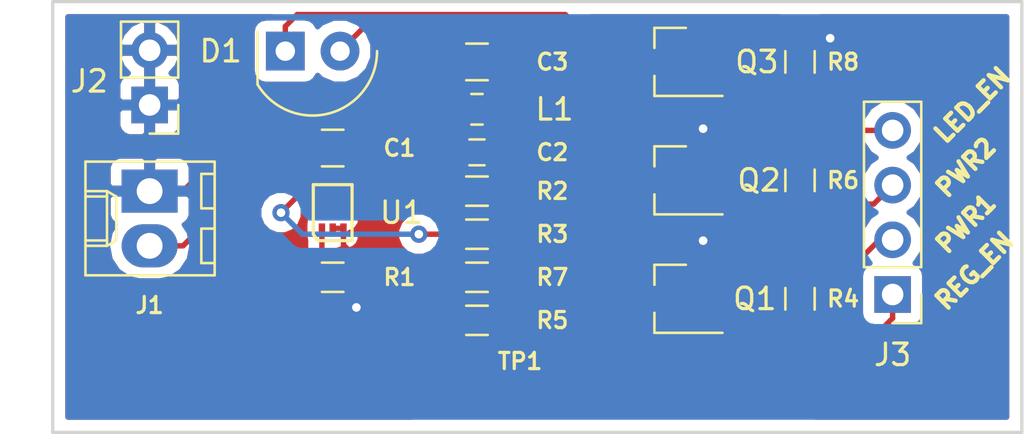
<source format=kicad_pcb>
(kicad_pcb (version 20171130) (host pcbnew 5.0.2-bee76a0~70~ubuntu16.04.1)

  (general
    (thickness 1.6)
    (drawings 12)
    (tracks 90)
    (zones 0)
    (modules 21)
    (nets 13)
  )

  (page A4)
  (layers
    (0 F.Cu signal)
    (31 B.Cu signal)
    (32 B.Adhes user)
    (33 F.Adhes user)
    (34 B.Paste user)
    (35 F.Paste user)
    (36 B.SilkS user)
    (37 F.SilkS user)
    (38 B.Mask user)
    (39 F.Mask user)
    (40 Dwgs.User user)
    (41 Cmts.User user)
    (42 Eco1.User user)
    (43 Eco2.User user)
    (44 Edge.Cuts user)
    (45 Margin user)
    (46 B.CrtYd user)
    (47 F.CrtYd user)
    (48 B.Fab user)
    (49 F.Fab user hide)
  )

  (setup
    (last_trace_width 0.25)
    (trace_clearance 0.2)
    (zone_clearance 0.508)
    (zone_45_only no)
    (trace_min 0.2)
    (segment_width 0.2)
    (edge_width 0.15)
    (via_size 0.8)
    (via_drill 0.4)
    (via_min_size 0.4)
    (via_min_drill 0.3)
    (uvia_size 0.3)
    (uvia_drill 0.1)
    (uvias_allowed no)
    (uvia_min_size 0.2)
    (uvia_min_drill 0.1)
    (pcb_text_width 0.3)
    (pcb_text_size 1.5 1.5)
    (mod_edge_width 0.15)
    (mod_text_size 1 1)
    (mod_text_width 0.15)
    (pad_size 1.524 1.524)
    (pad_drill 0.762)
    (pad_to_mask_clearance 0.051)
    (solder_mask_min_width 0.25)
    (aux_axis_origin 0 0)
    (visible_elements FFFFFF7F)
    (pcbplotparams
      (layerselection 0x010fc_ffffffff)
      (usegerberextensions true)
      (usegerberattributes false)
      (usegerberadvancedattributes false)
      (creategerberjobfile false)
      (excludeedgelayer true)
      (linewidth 0.100000)
      (plotframeref false)
      (viasonmask false)
      (mode 1)
      (useauxorigin false)
      (hpglpennumber 1)
      (hpglpenspeed 20)
      (hpglpendiameter 15.000000)
      (psnegative false)
      (psa4output false)
      (plotreference true)
      (plotvalue true)
      (plotinvisibletext false)
      (padsonsilk false)
      (subtractmaskfromsilk false)
      (outputformat 1)
      (mirror false)
      (drillshape 0)
      (scaleselection 1)
      (outputdirectory "Gerber/"))
  )

  (net 0 "")
  (net 1 /VIN)
  (net 2 GND)
  (net 3 "Net-(C2-Pad2)")
  (net 4 /VLED)
  (net 5 "Net-(D1-Pad1)")
  (net 6 /REG_EN)
  (net 7 /PWR1)
  (net 8 /PWR2)
  (net 9 /LED_EN)
  (net 10 "Net-(L1-Pad1)")
  (net 11 "Net-(Q1-Pad3)")
  (net 12 "Net-(Q2-Pad3)")

  (net_class Default "This is the default net class."
    (clearance 0.2)
    (trace_width 0.25)
    (via_dia 0.8)
    (via_drill 0.4)
    (uvia_dia 0.3)
    (uvia_drill 0.1)
    (add_net /LED_EN)
    (add_net /PWR1)
    (add_net /PWR2)
    (add_net /REG_EN)
    (add_net /VIN)
    (add_net /VLED)
    (add_net GND)
    (add_net "Net-(C2-Pad2)")
    (add_net "Net-(D1-Pad1)")
    (add_net "Net-(L1-Pad1)")
    (add_net "Net-(Q1-Pad3)")
    (add_net "Net-(Q2-Pad3)")
  )

  (module "Ap3403_LED_test_fp:AP3403_U-DFN1616-6(Type G)" (layer F.Cu) (tedit 5C2C8C4D) (tstamp 5C837B9D)
    (at 26 186.8)
    (path /5C28BCDE)
    (fp_text reference U1 (at 3.2 0) (layer F.SilkS)
      (effects (font (size 1 1) (thickness 0.15)))
    )
    (fp_text value AP3403 (at 0 -2.2) (layer F.Fab)
      (effects (font (size 1 1) (thickness 0.15)))
    )
    (fp_line (start -0.9 1) (end -0.7 1.3) (layer F.SilkS) (width 0.15))
    (fp_line (start -0.7 1.3) (end 0.9 1.3) (layer F.SilkS) (width 0.15))
    (fp_line (start -0.9 1) (end -0.9 -1.3) (layer F.SilkS) (width 0.15))
    (fp_line (start -0.9 -1.3) (end 0.9 -1.3) (layer F.SilkS) (width 0.15))
    (fp_line (start 0.9 -1.3) (end 0.9 1.3) (layer F.SilkS) (width 0.15))
    (pad EP smd rect (at 0 0) (size 1.3 0.6) (layers F.Cu F.Paste F.Mask))
    (pad 2 smd rect (at 0 0.8) (size 0.3 0.6) (layers F.Cu F.Paste F.Mask)
      (net 2 GND))
    (pad 5 smd rect (at 0 -0.8) (size 0.3 0.6) (layers F.Cu F.Paste F.Mask)
      (net 1 /VIN))
    (pad 4 smd rect (at 0.5 -0.8) (size 0.3 0.6) (layers F.Cu F.Paste F.Mask)
      (net 10 "Net-(L1-Pad1)"))
    (pad 6 smd rect (at -0.5 -0.8) (size 0.3 0.6) (layers F.Cu F.Paste F.Mask)
      (net 3 "Net-(C2-Pad2)"))
    (pad 1 smd rect (at -0.5 0.8) (size 0.3 0.6) (layers F.Cu F.Paste F.Mask)
      (net 6 /REG_EN))
    (pad 3 smd rect (at 0.5 0.8) (size 0.3 0.6) (layers F.Cu F.Paste F.Mask)
      (net 2 GND))
  )

  (module LED_THT:LED_D5.0mm (layer F.Cu) (tedit 5C2C8A8C) (tstamp 5C837A5E)
    (at 23.8 179.3)
    (descr "LED, diameter 5.0mm, 2 pins, http://cdn-reichelt.de/documents/datenblatt/A500/LL-504BC2E-009.pdf")
    (tags "LED diameter 5.0mm 2 pins")
    (path /5C299534)
    (fp_text reference D1 (at -3 0 180) (layer F.SilkS)
      (effects (font (size 1 1) (thickness 0.15)))
    )
    (fp_text value LED (at 1.27 3.96) (layer F.Fab)
      (effects (font (size 1 1) (thickness 0.15)))
    )
    (fp_arc (start 1.27 0) (end -1.29 1.54483) (angle -148.9) (layer F.SilkS) (width 0.12))
    (fp_line (start -1.29 -0.9) (end -1.29 1.545) (layer F.SilkS) (width 0.12))
    (fp_line (start -1.95 -1.4) (end -1.95 3.25) (layer F.CrtYd) (width 0.05))
    (fp_line (start -1.95 3.25) (end 4.5 3.25) (layer F.CrtYd) (width 0.05))
    (fp_line (start 4.5 3.25) (end 4.5 -1.4) (layer F.CrtYd) (width 0.05))
    (fp_line (start 4.5 -1.4) (end -1.95 -1.4) (layer F.CrtYd) (width 0.05))
    (fp_text user %R (at 1.25 1.79) (layer F.Fab)
      (effects (font (size 0.8 0.8) (thickness 0.2)))
    )
    (pad 1 thru_hole rect (at 0 0) (size 1.8 1.8) (drill 0.9) (layers *.Cu *.Mask)
      (net 5 "Net-(D1-Pad1)"))
    (pad 2 thru_hole circle (at 2.54 0) (size 1.8 1.8) (drill 0.9) (layers *.Cu *.Mask)
      (net 4 /VLED))
    (model ${KISYS3DMOD}/LED_THT.3dshapes/LED_D5.0mm.wrl
      (at (xyz 0 0 0))
      (scale (xyz 1 1 1))
      (rotate (xyz 0 0 0))
    )
  )

  (module Package_TO_SOT_SMD:SOT-23_Handsoldering (layer F.Cu) (tedit 5A0AB76C) (tstamp 5C837AE8)
    (at 41.7 185.3 180)
    (descr "SOT-23, Handsoldering")
    (tags SOT-23)
    (path /5C29D83B)
    (attr smd)
    (fp_text reference Q2 (at -4.1 0 180) (layer F.SilkS)
      (effects (font (size 1 1) (thickness 0.15)))
    )
    (fp_text value SI2302 (at 0 2.5 180) (layer F.Fab)
      (effects (font (size 1 1) (thickness 0.15)))
    )
    (fp_text user %R (at 0 0 270) (layer F.Fab)
      (effects (font (size 0.5 0.5) (thickness 0.075)))
    )
    (fp_line (start 0.76 1.58) (end 0.76 0.65) (layer F.SilkS) (width 0.12))
    (fp_line (start 0.76 -1.58) (end 0.76 -0.65) (layer F.SilkS) (width 0.12))
    (fp_line (start -2.7 -1.75) (end 2.7 -1.75) (layer F.CrtYd) (width 0.05))
    (fp_line (start 2.7 -1.75) (end 2.7 1.75) (layer F.CrtYd) (width 0.05))
    (fp_line (start 2.7 1.75) (end -2.7 1.75) (layer F.CrtYd) (width 0.05))
    (fp_line (start -2.7 1.75) (end -2.7 -1.75) (layer F.CrtYd) (width 0.05))
    (fp_line (start 0.76 -1.58) (end -2.4 -1.58) (layer F.SilkS) (width 0.12))
    (fp_line (start -0.7 -0.95) (end -0.7 1.5) (layer F.Fab) (width 0.1))
    (fp_line (start -0.15 -1.52) (end 0.7 -1.52) (layer F.Fab) (width 0.1))
    (fp_line (start -0.7 -0.95) (end -0.15 -1.52) (layer F.Fab) (width 0.1))
    (fp_line (start 0.7 -1.52) (end 0.7 1.52) (layer F.Fab) (width 0.1))
    (fp_line (start -0.7 1.52) (end 0.7 1.52) (layer F.Fab) (width 0.1))
    (fp_line (start 0.76 1.58) (end -0.7 1.58) (layer F.SilkS) (width 0.12))
    (pad 1 smd rect (at -1.5 -0.95 180) (size 1.9 0.8) (layers F.Cu F.Paste F.Mask)
      (net 8 /PWR2))
    (pad 2 smd rect (at -1.5 0.95 180) (size 1.9 0.8) (layers F.Cu F.Paste F.Mask)
      (net 2 GND))
    (pad 3 smd rect (at 1.5 0 180) (size 1.9 0.8) (layers F.Cu F.Paste F.Mask)
      (net 12 "Net-(Q2-Pad3)"))
    (model ${KISYS3DMOD}/Package_TO_SOT_SMD.3dshapes/SOT-23.wrl
      (at (xyz 0 0 0))
      (scale (xyz 1 1 1))
      (rotate (xyz 0 0 0))
    )
  )

  (module Ap3403_LED_test_fp:C_0805_HandSoldering (layer F.Cu) (tedit 58AA84A8) (tstamp 5C83B827)
    (at 26 183.8 180)
    (descr "Capacitor SMD 0805, hand soldering")
    (tags "capacitor 0805")
    (path /5C28F1F7)
    (attr smd)
    (fp_text reference C1 (at -3.1 0 180) (layer F.SilkS)
      (effects (font (size 0.75 0.75) (thickness 0.15)))
    )
    (fp_text value 22u (at 0 1.75 180) (layer F.Fab)
      (effects (font (size 0.75 0.75) (thickness 0.15)))
    )
    (fp_text user %R (at 0 -1.75 180) (layer F.Fab)
      (effects (font (size 1 1) (thickness 0.15)))
    )
    (fp_line (start -1 0.62) (end -1 -0.62) (layer F.Fab) (width 0.1))
    (fp_line (start 1 0.62) (end -1 0.62) (layer F.Fab) (width 0.1))
    (fp_line (start 1 -0.62) (end 1 0.62) (layer F.Fab) (width 0.1))
    (fp_line (start -1 -0.62) (end 1 -0.62) (layer F.Fab) (width 0.1))
    (fp_line (start 0.5 -0.85) (end -0.5 -0.85) (layer F.SilkS) (width 0.12))
    (fp_line (start -0.5 0.85) (end 0.5 0.85) (layer F.SilkS) (width 0.12))
    (fp_line (start -2.25 -0.88) (end 2.25 -0.88) (layer F.CrtYd) (width 0.05))
    (fp_line (start -2.25 -0.88) (end -2.25 0.87) (layer F.CrtYd) (width 0.05))
    (fp_line (start 2.25 0.87) (end 2.25 -0.88) (layer F.CrtYd) (width 0.05))
    (fp_line (start 2.25 0.87) (end -2.25 0.87) (layer F.CrtYd) (width 0.05))
    (pad 1 smd rect (at -1.25 0 180) (size 1.5 1.25) (layers F.Cu F.Paste F.Mask)
      (net 1 /VIN))
    (pad 2 smd rect (at 1.25 0 180) (size 1.5 1.25) (layers F.Cu F.Paste F.Mask)
      (net 2 GND))
    (model Capacitors_SMD.3dshapes/C_0805.wrl
      (at (xyz 0 0 0))
      (scale (xyz 1 1 1))
      (rotate (xyz 0 0 0))
    )
  )

  (module Ap3403_LED_test_fp:C_0603_HandSoldering (layer F.Cu) (tedit 58AA848B) (tstamp 5C837A3B)
    (at 32.7 184 180)
    (descr "Capacitor SMD 0603, hand soldering")
    (tags "capacitor 0603")
    (path /5C29A643)
    (attr smd)
    (fp_text reference C2 (at -3.5 0 180) (layer F.SilkS)
      (effects (font (size 0.75 0.75) (thickness 0.15)))
    )
    (fp_text value 22p (at 0 1.5 180) (layer F.Fab)
      (effects (font (size 0.75 0.75) (thickness 0.15)))
    )
    (fp_line (start 1.8 0.65) (end -1.8 0.65) (layer F.CrtYd) (width 0.05))
    (fp_line (start 1.8 0.65) (end 1.8 -0.65) (layer F.CrtYd) (width 0.05))
    (fp_line (start -1.8 -0.65) (end -1.8 0.65) (layer F.CrtYd) (width 0.05))
    (fp_line (start -1.8 -0.65) (end 1.8 -0.65) (layer F.CrtYd) (width 0.05))
    (fp_line (start 0.35 0.6) (end -0.35 0.6) (layer F.SilkS) (width 0.12))
    (fp_line (start -0.35 -0.6) (end 0.35 -0.6) (layer F.SilkS) (width 0.12))
    (fp_line (start -0.8 -0.4) (end 0.8 -0.4) (layer F.Fab) (width 0.1))
    (fp_line (start 0.8 -0.4) (end 0.8 0.4) (layer F.Fab) (width 0.1))
    (fp_line (start 0.8 0.4) (end -0.8 0.4) (layer F.Fab) (width 0.1))
    (fp_line (start -0.8 0.4) (end -0.8 -0.4) (layer F.Fab) (width 0.1))
    (fp_text user %R (at 0 -1.25 180) (layer F.Fab)
      (effects (font (size 1 1) (thickness 0.15)))
    )
    (pad 2 smd rect (at 0.95 0 180) (size 1.2 0.75) (layers F.Cu F.Paste F.Mask)
      (net 3 "Net-(C2-Pad2)"))
    (pad 1 smd rect (at -0.95 0 180) (size 1.2 0.75) (layers F.Cu F.Paste F.Mask)
      (net 4 /VLED))
    (model Capacitors_SMD.3dshapes/C_0603.wrl
      (at (xyz 0 0 0))
      (scale (xyz 1 1 1))
      (rotate (xyz 0 0 0))
    )
  )

  (module Ap3403_LED_test_fp:C_0805_HandSoldering (layer F.Cu) (tedit 58AA84A8) (tstamp 5C837A4C)
    (at 32.7 179.8 180)
    (descr "Capacitor SMD 0805, hand soldering")
    (tags "capacitor 0805")
    (path /5C29C78E)
    (attr smd)
    (fp_text reference C3 (at -3.5 0 180) (layer F.SilkS)
      (effects (font (size 0.75 0.75) (thickness 0.15)))
    )
    (fp_text value 10u (at 0 1.75 180) (layer F.Fab)
      (effects (font (size 0.75 0.75) (thickness 0.15)))
    )
    (fp_line (start 2.25 0.87) (end -2.25 0.87) (layer F.CrtYd) (width 0.05))
    (fp_line (start 2.25 0.87) (end 2.25 -0.88) (layer F.CrtYd) (width 0.05))
    (fp_line (start -2.25 -0.88) (end -2.25 0.87) (layer F.CrtYd) (width 0.05))
    (fp_line (start -2.25 -0.88) (end 2.25 -0.88) (layer F.CrtYd) (width 0.05))
    (fp_line (start -0.5 0.85) (end 0.5 0.85) (layer F.SilkS) (width 0.12))
    (fp_line (start 0.5 -0.85) (end -0.5 -0.85) (layer F.SilkS) (width 0.12))
    (fp_line (start -1 -0.62) (end 1 -0.62) (layer F.Fab) (width 0.1))
    (fp_line (start 1 -0.62) (end 1 0.62) (layer F.Fab) (width 0.1))
    (fp_line (start 1 0.62) (end -1 0.62) (layer F.Fab) (width 0.1))
    (fp_line (start -1 0.62) (end -1 -0.62) (layer F.Fab) (width 0.1))
    (fp_text user %R (at 0 -1.75 180) (layer F.Fab)
      (effects (font (size 1 1) (thickness 0.15)))
    )
    (pad 2 smd rect (at 1.25 0 180) (size 1.5 1.25) (layers F.Cu F.Paste F.Mask)
      (net 2 GND))
    (pad 1 smd rect (at -1.25 0 180) (size 1.5 1.25) (layers F.Cu F.Paste F.Mask)
      (net 4 /VLED))
    (model Capacitors_SMD.3dshapes/C_0805.wrl
      (at (xyz 0 0 0))
      (scale (xyz 1 1 1))
      (rotate (xyz 0 0 0))
    )
  )

  (module Ap3403_LED_test_fp:Molex_KK-6410-02_02x2.54mm_Straight (layer F.Cu) (tedit 58EE6EE4) (tstamp 5C83B488)
    (at 17.5 185.8 270)
    (descr "Connector Headers with Friction Lock, 22-27-2021, http://www.molex.com/pdm_docs/sd/022272021_sd.pdf")
    (tags "connector molex kk_6410 22-27-2021")
    (path /5C299683)
    (fp_text reference J1 (at 5.3 0) (layer F.SilkS)
      (effects (font (size 0.75 0.75) (thickness 0.15)))
    )
    (fp_text value "Batt conn" (at 1.27 4.5 270) (layer F.Fab)
      (effects (font (size 0.75 0.75) (thickness 0.15)))
    )
    (fp_text user %R (at 0.9 6.1 270) (layer F.Fab)
      (effects (font (size 1 1) (thickness 0.15)))
    )
    (fp_line (start 4.45 3.5) (end -1.9 3.5) (layer F.CrtYd) (width 0.05))
    (fp_line (start 4.45 -3.55) (end 4.45 3.5) (layer F.CrtYd) (width 0.05))
    (fp_line (start -1.9 -3.55) (end 4.45 -3.55) (layer F.CrtYd) (width 0.05))
    (fp_line (start -1.9 3.5) (end -1.9 -3.55) (layer F.CrtYd) (width 0.05))
    (fp_line (start 3.34 -2.4) (end 3.34 -3.02) (layer F.SilkS) (width 0.12))
    (fp_line (start 1.74 -2.4) (end 3.34 -2.4) (layer F.SilkS) (width 0.12))
    (fp_line (start 1.74 -3.02) (end 1.74 -2.4) (layer F.SilkS) (width 0.12))
    (fp_line (start 0.8 -2.4) (end 0.8 -3.02) (layer F.SilkS) (width 0.12))
    (fp_line (start -0.8 -2.4) (end 0.8 -2.4) (layer F.SilkS) (width 0.12))
    (fp_line (start -0.8 -3.02) (end -0.8 -2.4) (layer F.SilkS) (width 0.12))
    (fp_line (start 2.29 2.98) (end 2.29 1.98) (layer F.SilkS) (width 0.12))
    (fp_line (start 0.25 2.98) (end 0.25 1.98) (layer F.SilkS) (width 0.12))
    (fp_line (start 2.29 1.55) (end 2.54 1.98) (layer F.SilkS) (width 0.12))
    (fp_line (start 0.25 1.55) (end 2.29 1.55) (layer F.SilkS) (width 0.12))
    (fp_line (start 0 1.98) (end 0.25 1.55) (layer F.SilkS) (width 0.12))
    (fp_line (start 2.54 1.98) (end 2.54 2.98) (layer F.SilkS) (width 0.12))
    (fp_line (start 0 1.98) (end 2.54 1.98) (layer F.SilkS) (width 0.12))
    (fp_line (start 0 2.98) (end 0 1.98) (layer F.SilkS) (width 0.12))
    (fp_line (start 3.91 -3.02) (end -1.37 -3.02) (layer F.SilkS) (width 0.12))
    (fp_line (start 3.91 2.98) (end 3.91 -3.02) (layer F.SilkS) (width 0.12))
    (fp_line (start -1.37 2.98) (end 3.91 2.98) (layer F.SilkS) (width 0.12))
    (fp_line (start -1.37 -3.02) (end -1.37 2.98) (layer F.SilkS) (width 0.12))
    (fp_line (start 4.01 -3.12) (end -1.47 -3.12) (layer F.Fab) (width 0.12))
    (fp_line (start 4.01 3.08) (end 4.01 -3.12) (layer F.Fab) (width 0.12))
    (fp_line (start -1.47 3.08) (end 4.01 3.08) (layer F.Fab) (width 0.12))
    (fp_line (start -1.47 -3.12) (end -1.47 3.08) (layer F.Fab) (width 0.12))
    (pad 2 thru_hole oval (at 2.54 0 270) (size 2 2.6) (drill 1.2) (layers *.Cu *.Mask)
      (net 1 /VIN))
    (pad 1 thru_hole rect (at 0 0 270) (size 2 2.6) (drill 1.2) (layers *.Cu *.Mask)
      (net 2 GND))
    (model ${KISYS3DMOD}/Connectors_Molex.3dshapes/Molex_KK-6410-02_02x2.54mm_Straight.wrl
      (at (xyz 0 0 0))
      (scale (xyz 1 1 1))
      (rotate (xyz 0 0 0))
    )
  )

  (module Connector_PinHeader_2.54mm:PinHeader_1x02_P2.54mm_Vertical (layer F.Cu) (tedit 59FED5CC) (tstamp 5C837A95)
    (at 17.5 181.8 180)
    (descr "Through hole straight pin header, 1x02, 2.54mm pitch, single row")
    (tags "Through hole pin header THT 1x02 2.54mm single row")
    (path /5C2A850E)
    (fp_text reference J2 (at 2.8 1.1 180) (layer F.SilkS)
      (effects (font (size 1 1) (thickness 0.15)))
    )
    (fp_text value Conn_01x02 (at 0 4.87 180) (layer F.Fab)
      (effects (font (size 1 1) (thickness 0.15)))
    )
    (fp_line (start -0.635 -1.27) (end 1.27 -1.27) (layer F.Fab) (width 0.1))
    (fp_line (start 1.27 -1.27) (end 1.27 3.81) (layer F.Fab) (width 0.1))
    (fp_line (start 1.27 3.81) (end -1.27 3.81) (layer F.Fab) (width 0.1))
    (fp_line (start -1.27 3.81) (end -1.27 -0.635) (layer F.Fab) (width 0.1))
    (fp_line (start -1.27 -0.635) (end -0.635 -1.27) (layer F.Fab) (width 0.1))
    (fp_line (start -1.33 3.87) (end 1.33 3.87) (layer F.SilkS) (width 0.12))
    (fp_line (start -1.33 1.27) (end -1.33 3.87) (layer F.SilkS) (width 0.12))
    (fp_line (start 1.33 1.27) (end 1.33 3.87) (layer F.SilkS) (width 0.12))
    (fp_line (start -1.33 1.27) (end 1.33 1.27) (layer F.SilkS) (width 0.12))
    (fp_line (start -1.33 0) (end -1.33 -1.33) (layer F.SilkS) (width 0.12))
    (fp_line (start -1.33 -1.33) (end 0 -1.33) (layer F.SilkS) (width 0.12))
    (fp_line (start -1.8 -1.8) (end -1.8 4.35) (layer F.CrtYd) (width 0.05))
    (fp_line (start -1.8 4.35) (end 1.8 4.35) (layer F.CrtYd) (width 0.05))
    (fp_line (start 1.8 4.35) (end 1.8 -1.8) (layer F.CrtYd) (width 0.05))
    (fp_line (start 1.8 -1.8) (end -1.8 -1.8) (layer F.CrtYd) (width 0.05))
    (fp_text user %R (at -0.575001 -0.225001 270) (layer F.Fab)
      (effects (font (size 1 1) (thickness 0.15)))
    )
    (pad 1 thru_hole rect (at 0 0 180) (size 1.7 1.7) (drill 1) (layers *.Cu *.Mask)
      (net 2 GND))
    (pad 2 thru_hole oval (at 0 2.54 180) (size 1.7 1.7) (drill 1) (layers *.Cu *.Mask)
      (net 2 GND))
    (model ${KISYS3DMOD}/Connector_PinHeader_2.54mm.3dshapes/PinHeader_1x02_P2.54mm_Vertical.wrl
      (at (xyz 0 0 0))
      (scale (xyz 1 1 1))
      (rotate (xyz 0 0 0))
    )
  )

  (module Connector_PinHeader_2.54mm:PinHeader_1x04_P2.54mm_Vertical (layer F.Cu) (tedit 59FED5CC) (tstamp 5C83D126)
    (at 52 190.6 180)
    (descr "Through hole straight pin header, 1x04, 2.54mm pitch, single row")
    (tags "Through hole pin header THT 1x04 2.54mm single row")
    (path /5C2995D6)
    (fp_text reference J3 (at 0 -2.8 180) (layer F.SilkS)
      (effects (font (size 1 1) (thickness 0.15)))
    )
    (fp_text value Conn_01x04 (at 0 9.95 180) (layer F.Fab)
      (effects (font (size 1 1) (thickness 0.15)))
    )
    (fp_line (start -0.635 -1.27) (end 1.27 -1.27) (layer F.Fab) (width 0.1))
    (fp_line (start 1.27 -1.27) (end 1.27 8.89) (layer F.Fab) (width 0.1))
    (fp_line (start 1.27 8.89) (end -1.27 8.89) (layer F.Fab) (width 0.1))
    (fp_line (start -1.27 8.89) (end -1.27 -0.635) (layer F.Fab) (width 0.1))
    (fp_line (start -1.27 -0.635) (end -0.635 -1.27) (layer F.Fab) (width 0.1))
    (fp_line (start -1.33 8.95) (end 1.33 8.95) (layer F.SilkS) (width 0.12))
    (fp_line (start -1.33 1.27) (end -1.33 8.95) (layer F.SilkS) (width 0.12))
    (fp_line (start 1.33 1.27) (end 1.33 8.95) (layer F.SilkS) (width 0.12))
    (fp_line (start -1.33 1.27) (end 1.33 1.27) (layer F.SilkS) (width 0.12))
    (fp_line (start -1.33 0) (end -1.33 -1.33) (layer F.SilkS) (width 0.12))
    (fp_line (start -1.33 -1.33) (end 0 -1.33) (layer F.SilkS) (width 0.12))
    (fp_line (start -1.8 -1.8) (end -1.8 9.4) (layer F.CrtYd) (width 0.05))
    (fp_line (start -1.8 9.4) (end 1.8 9.4) (layer F.CrtYd) (width 0.05))
    (fp_line (start 1.8 9.4) (end 1.8 -1.8) (layer F.CrtYd) (width 0.05))
    (fp_line (start 1.8 -1.8) (end -1.8 -1.8) (layer F.CrtYd) (width 0.05))
    (fp_text user %R (at 3.5 3.94 270) (layer F.Fab)
      (effects (font (size 1 1) (thickness 0.15)))
    )
    (pad 1 thru_hole rect (at 0 0 180) (size 1.7 1.7) (drill 1) (layers *.Cu *.Mask)
      (net 6 /REG_EN))
    (pad 2 thru_hole oval (at 0 2.54 180) (size 1.7 1.7) (drill 1) (layers *.Cu *.Mask)
      (net 7 /PWR1))
    (pad 3 thru_hole oval (at 0 5.08 180) (size 1.7 1.7) (drill 1) (layers *.Cu *.Mask)
      (net 8 /PWR2))
    (pad 4 thru_hole oval (at 0 7.62 180) (size 1.7 1.7) (drill 1) (layers *.Cu *.Mask)
      (net 9 /LED_EN))
    (model ${KISYS3DMOD}/Connector_PinHeader_2.54mm.3dshapes/PinHeader_1x04_P2.54mm_Vertical.wrl
      (at (xyz 0 0 0))
      (scale (xyz 1 1 1))
      (rotate (xyz 0 0 0))
    )
  )

  (module Package_TO_SOT_SMD:SOT-23_Handsoldering (layer F.Cu) (tedit 5A0AB76C) (tstamp 5C837AD3)
    (at 41.7 190.8 180)
    (descr "SOT-23, Handsoldering")
    (tags SOT-23)
    (path /5C28F427)
    (attr smd)
    (fp_text reference Q1 (at -3.9 0 180) (layer F.SilkS)
      (effects (font (size 1 1) (thickness 0.15)))
    )
    (fp_text value SI2302 (at 0 2.5 180) (layer F.Fab)
      (effects (font (size 1 1) (thickness 0.15)))
    )
    (fp_text user %R (at 0 0 270) (layer F.Fab)
      (effects (font (size 0.5 0.5) (thickness 0.075)))
    )
    (fp_line (start 0.76 1.58) (end 0.76 0.65) (layer F.SilkS) (width 0.12))
    (fp_line (start 0.76 -1.58) (end 0.76 -0.65) (layer F.SilkS) (width 0.12))
    (fp_line (start -2.7 -1.75) (end 2.7 -1.75) (layer F.CrtYd) (width 0.05))
    (fp_line (start 2.7 -1.75) (end 2.7 1.75) (layer F.CrtYd) (width 0.05))
    (fp_line (start 2.7 1.75) (end -2.7 1.75) (layer F.CrtYd) (width 0.05))
    (fp_line (start -2.7 1.75) (end -2.7 -1.75) (layer F.CrtYd) (width 0.05))
    (fp_line (start 0.76 -1.58) (end -2.4 -1.58) (layer F.SilkS) (width 0.12))
    (fp_line (start -0.7 -0.95) (end -0.7 1.5) (layer F.Fab) (width 0.1))
    (fp_line (start -0.15 -1.52) (end 0.7 -1.52) (layer F.Fab) (width 0.1))
    (fp_line (start -0.7 -0.95) (end -0.15 -1.52) (layer F.Fab) (width 0.1))
    (fp_line (start 0.7 -1.52) (end 0.7 1.52) (layer F.Fab) (width 0.1))
    (fp_line (start -0.7 1.52) (end 0.7 1.52) (layer F.Fab) (width 0.1))
    (fp_line (start 0.76 1.58) (end -0.7 1.58) (layer F.SilkS) (width 0.12))
    (pad 1 smd rect (at -1.5 -0.95 180) (size 1.9 0.8) (layers F.Cu F.Paste F.Mask)
      (net 7 /PWR1))
    (pad 2 smd rect (at -1.5 0.95 180) (size 1.9 0.8) (layers F.Cu F.Paste F.Mask)
      (net 2 GND))
    (pad 3 smd rect (at 1.5 0 180) (size 1.9 0.8) (layers F.Cu F.Paste F.Mask)
      (net 11 "Net-(Q1-Pad3)"))
    (model ${KISYS3DMOD}/Package_TO_SOT_SMD.3dshapes/SOT-23.wrl
      (at (xyz 0 0 0))
      (scale (xyz 1 1 1))
      (rotate (xyz 0 0 0))
    )
  )

  (module Package_TO_SOT_SMD:SOT-23_Handsoldering (layer F.Cu) (tedit 5A0AB76C) (tstamp 5C837AFD)
    (at 41.7 179.8 180)
    (descr "SOT-23, Handsoldering")
    (tags SOT-23)
    (path /5C2A346A)
    (attr smd)
    (fp_text reference Q3 (at -4 0 180) (layer F.SilkS)
      (effects (font (size 1 1) (thickness 0.15)))
    )
    (fp_text value SI2302 (at 0 2.5 180) (layer F.Fab)
      (effects (font (size 1 1) (thickness 0.15)))
    )
    (fp_line (start 0.76 1.58) (end -0.7 1.58) (layer F.SilkS) (width 0.12))
    (fp_line (start -0.7 1.52) (end 0.7 1.52) (layer F.Fab) (width 0.1))
    (fp_line (start 0.7 -1.52) (end 0.7 1.52) (layer F.Fab) (width 0.1))
    (fp_line (start -0.7 -0.95) (end -0.15 -1.52) (layer F.Fab) (width 0.1))
    (fp_line (start -0.15 -1.52) (end 0.7 -1.52) (layer F.Fab) (width 0.1))
    (fp_line (start -0.7 -0.95) (end -0.7 1.5) (layer F.Fab) (width 0.1))
    (fp_line (start 0.76 -1.58) (end -2.4 -1.58) (layer F.SilkS) (width 0.12))
    (fp_line (start -2.7 1.75) (end -2.7 -1.75) (layer F.CrtYd) (width 0.05))
    (fp_line (start 2.7 1.75) (end -2.7 1.75) (layer F.CrtYd) (width 0.05))
    (fp_line (start 2.7 -1.75) (end 2.7 1.75) (layer F.CrtYd) (width 0.05))
    (fp_line (start -2.7 -1.75) (end 2.7 -1.75) (layer F.CrtYd) (width 0.05))
    (fp_line (start 0.76 -1.58) (end 0.76 -0.65) (layer F.SilkS) (width 0.12))
    (fp_line (start 0.76 1.58) (end 0.76 0.65) (layer F.SilkS) (width 0.12))
    (fp_text user %R (at 0 0 270) (layer F.Fab)
      (effects (font (size 0.5 0.5) (thickness 0.075)))
    )
    (pad 3 smd rect (at 1.5 0 180) (size 1.9 0.8) (layers F.Cu F.Paste F.Mask)
      (net 5 "Net-(D1-Pad1)"))
    (pad 2 smd rect (at -1.5 0.95 180) (size 1.9 0.8) (layers F.Cu F.Paste F.Mask)
      (net 2 GND))
    (pad 1 smd rect (at -1.5 -0.95 180) (size 1.9 0.8) (layers F.Cu F.Paste F.Mask)
      (net 9 /LED_EN))
    (model ${KISYS3DMOD}/Package_TO_SOT_SMD.3dshapes/SOT-23.wrl
      (at (xyz 0 0 0))
      (scale (xyz 1 1 1))
      (rotate (xyz 0 0 0))
    )
  )

  (module Ap3403_LED_test_fp:R_0603_HandSoldering (layer F.Cu) (tedit 58E0A804) (tstamp 5C837B0E)
    (at 26 189.8)
    (descr "Resistor SMD 0603, hand soldering")
    (tags "resistor 0603")
    (path /5C2AC35B)
    (attr smd)
    (fp_text reference R1 (at 3.1 0) (layer F.SilkS)
      (effects (font (size 0.75 0.75) (thickness 0.15)))
    )
    (fp_text value 470k (at 0 1.55) (layer F.Fab)
      (effects (font (size 0.75 0.75) (thickness 0.15)))
    )
    (fp_line (start 1.95 0.7) (end -1.96 0.7) (layer F.CrtYd) (width 0.05))
    (fp_line (start 1.95 0.7) (end 1.95 -0.7) (layer F.CrtYd) (width 0.05))
    (fp_line (start -1.96 -0.7) (end -1.96 0.7) (layer F.CrtYd) (width 0.05))
    (fp_line (start -1.96 -0.7) (end 1.95 -0.7) (layer F.CrtYd) (width 0.05))
    (fp_line (start -0.5 -0.68) (end 0.5 -0.68) (layer F.SilkS) (width 0.12))
    (fp_line (start 0.5 0.68) (end -0.5 0.68) (layer F.SilkS) (width 0.12))
    (fp_line (start -0.8 -0.4) (end 0.8 -0.4) (layer F.Fab) (width 0.1))
    (fp_line (start 0.8 -0.4) (end 0.8 0.4) (layer F.Fab) (width 0.1))
    (fp_line (start 0.8 0.4) (end -0.8 0.4) (layer F.Fab) (width 0.1))
    (fp_line (start -0.8 0.4) (end -0.8 -0.4) (layer F.Fab) (width 0.1))
    (fp_text user %R (at -0.1 0.3) (layer F.Fab)
      (effects (font (size 0.4 0.4) (thickness 0.075)))
    )
    (pad 2 smd rect (at 1.1 0) (size 1.2 0.9) (layers F.Cu F.Paste F.Mask)
      (net 2 GND))
    (pad 1 smd rect (at -1.1 0) (size 1.2 0.9) (layers F.Cu F.Paste F.Mask)
      (net 6 /REG_EN))
    (model ${KISYS3DMOD}/Resistors_SMD.3dshapes/R_0603.wrl
      (at (xyz 0 0 0))
      (scale (xyz 1 1 1))
      (rotate (xyz 0 0 0))
    )
  )

  (module Ap3403_LED_test_fp:R_0603_HandSoldering (layer F.Cu) (tedit 58E0A804) (tstamp 5C837B1F)
    (at 32.7 185.8 180)
    (descr "Resistor SMD 0603, hand soldering")
    (tags "resistor 0603")
    (path /5C28F0DC)
    (attr smd)
    (fp_text reference R2 (at -3.5 0 180) (layer F.SilkS)
      (effects (font (size 0.75 0.75) (thickness 0.15)))
    )
    (fp_text value 470k (at 0 1.55 180) (layer F.Fab)
      (effects (font (size 0.75 0.75) (thickness 0.15)))
    )
    (fp_line (start 1.95 0.7) (end -1.96 0.7) (layer F.CrtYd) (width 0.05))
    (fp_line (start 1.95 0.7) (end 1.95 -0.7) (layer F.CrtYd) (width 0.05))
    (fp_line (start -1.96 -0.7) (end -1.96 0.7) (layer F.CrtYd) (width 0.05))
    (fp_line (start -1.96 -0.7) (end 1.95 -0.7) (layer F.CrtYd) (width 0.05))
    (fp_line (start -0.5 -0.68) (end 0.5 -0.68) (layer F.SilkS) (width 0.12))
    (fp_line (start 0.5 0.68) (end -0.5 0.68) (layer F.SilkS) (width 0.12))
    (fp_line (start -0.8 -0.4) (end 0.8 -0.4) (layer F.Fab) (width 0.1))
    (fp_line (start 0.8 -0.4) (end 0.8 0.4) (layer F.Fab) (width 0.1))
    (fp_line (start 0.8 0.4) (end -0.8 0.4) (layer F.Fab) (width 0.1))
    (fp_line (start -0.8 0.4) (end -0.8 -0.4) (layer F.Fab) (width 0.1))
    (fp_text user %R (at 0 0.8 180) (layer F.Fab)
      (effects (font (size 0.4 0.4) (thickness 0.075)))
    )
    (pad 2 smd rect (at 1.1 0 180) (size 1.2 0.9) (layers F.Cu F.Paste F.Mask)
      (net 3 "Net-(C2-Pad2)"))
    (pad 1 smd rect (at -1.1 0 180) (size 1.2 0.9) (layers F.Cu F.Paste F.Mask)
      (net 4 /VLED))
    (model ${KISYS3DMOD}/Resistors_SMD.3dshapes/R_0603.wrl
      (at (xyz 0 0 0))
      (scale (xyz 1 1 1))
      (rotate (xyz 0 0 0))
    )
  )

  (module Ap3403_LED_test_fp:R_0603_HandSoldering (layer F.Cu) (tedit 58E0A804) (tstamp 5C837B30)
    (at 32.7 187.8)
    (descr "Resistor SMD 0603, hand soldering")
    (tags "resistor 0603")
    (path /5C29AE9D)
    (attr smd)
    (fp_text reference R3 (at 3.5 0) (layer F.SilkS)
      (effects (font (size 0.75 0.75) (thickness 0.15)))
    )
    (fp_text value 470k (at 0 1.55) (layer F.Fab)
      (effects (font (size 0.75 0.75) (thickness 0.15)))
    )
    (fp_text user %R (at -0.035001 -0.7) (layer F.Fab)
      (effects (font (size 0.4 0.4) (thickness 0.075)))
    )
    (fp_line (start -0.8 0.4) (end -0.8 -0.4) (layer F.Fab) (width 0.1))
    (fp_line (start 0.8 0.4) (end -0.8 0.4) (layer F.Fab) (width 0.1))
    (fp_line (start 0.8 -0.4) (end 0.8 0.4) (layer F.Fab) (width 0.1))
    (fp_line (start -0.8 -0.4) (end 0.8 -0.4) (layer F.Fab) (width 0.1))
    (fp_line (start 0.5 0.68) (end -0.5 0.68) (layer F.SilkS) (width 0.12))
    (fp_line (start -0.5 -0.68) (end 0.5 -0.68) (layer F.SilkS) (width 0.12))
    (fp_line (start -1.96 -0.7) (end 1.95 -0.7) (layer F.CrtYd) (width 0.05))
    (fp_line (start -1.96 -0.7) (end -1.96 0.7) (layer F.CrtYd) (width 0.05))
    (fp_line (start 1.95 0.7) (end 1.95 -0.7) (layer F.CrtYd) (width 0.05))
    (fp_line (start 1.95 0.7) (end -1.96 0.7) (layer F.CrtYd) (width 0.05))
    (pad 1 smd rect (at -1.1 0) (size 1.2 0.9) (layers F.Cu F.Paste F.Mask)
      (net 3 "Net-(C2-Pad2)"))
    (pad 2 smd rect (at 1.1 0) (size 1.2 0.9) (layers F.Cu F.Paste F.Mask)
      (net 2 GND))
    (model ${KISYS3DMOD}/Resistors_SMD.3dshapes/R_0603.wrl
      (at (xyz 0 0 0))
      (scale (xyz 1 1 1))
      (rotate (xyz 0 0 0))
    )
  )

  (module Ap3403_LED_test_fp:R_0603_HandSoldering (layer F.Cu) (tedit 58E0A804) (tstamp 5C837B41)
    (at 47.7 190.8 90)
    (descr "Resistor SMD 0603, hand soldering")
    (tags "resistor 0603")
    (path /5C2A0A0F)
    (attr smd)
    (fp_text reference R4 (at 0 2 180) (layer F.SilkS)
      (effects (font (size 0.75 0.75) (thickness 0.15)))
    )
    (fp_text value 470k (at 0 1.55 90) (layer F.Fab)
      (effects (font (size 0.75 0.75) (thickness 0.15)))
    )
    (fp_text user %R (at 0 0 90) (layer F.Fab)
      (effects (font (size 0.4 0.4) (thickness 0.075)))
    )
    (fp_line (start -0.8 0.4) (end -0.8 -0.4) (layer F.Fab) (width 0.1))
    (fp_line (start 0.8 0.4) (end -0.8 0.4) (layer F.Fab) (width 0.1))
    (fp_line (start 0.8 -0.4) (end 0.8 0.4) (layer F.Fab) (width 0.1))
    (fp_line (start -0.8 -0.4) (end 0.8 -0.4) (layer F.Fab) (width 0.1))
    (fp_line (start 0.5 0.68) (end -0.5 0.68) (layer F.SilkS) (width 0.12))
    (fp_line (start -0.5 -0.68) (end 0.5 -0.68) (layer F.SilkS) (width 0.12))
    (fp_line (start -1.96 -0.7) (end 1.95 -0.7) (layer F.CrtYd) (width 0.05))
    (fp_line (start -1.96 -0.7) (end -1.96 0.7) (layer F.CrtYd) (width 0.05))
    (fp_line (start 1.95 0.7) (end 1.95 -0.7) (layer F.CrtYd) (width 0.05))
    (fp_line (start 1.95 0.7) (end -1.96 0.7) (layer F.CrtYd) (width 0.05))
    (pad 1 smd rect (at -1.1 0 90) (size 1.2 0.9) (layers F.Cu F.Paste F.Mask)
      (net 7 /PWR1))
    (pad 2 smd rect (at 1.1 0 90) (size 1.2 0.9) (layers F.Cu F.Paste F.Mask)
      (net 2 GND))
    (model ${KISYS3DMOD}/Resistors_SMD.3dshapes/R_0603.wrl
      (at (xyz 0 0 0))
      (scale (xyz 1 1 1))
      (rotate (xyz 0 0 0))
    )
  )

  (module Ap3403_LED_test_fp:R_0603_HandSoldering (layer F.Cu) (tedit 58E0A804) (tstamp 5C837B52)
    (at 32.7 191.8)
    (descr "Resistor SMD 0603, hand soldering")
    (tags "resistor 0603")
    (path /5C29C39A)
    (attr smd)
    (fp_text reference R5 (at 3.5 0) (layer F.SilkS)
      (effects (font (size 0.75 0.75) (thickness 0.15)))
    )
    (fp_text value 1.5M (at 0 1.55) (layer F.Fab)
      (effects (font (size 0.75 0.75) (thickness 0.15)))
    )
    (fp_line (start 1.95 0.7) (end -1.96 0.7) (layer F.CrtYd) (width 0.05))
    (fp_line (start 1.95 0.7) (end 1.95 -0.7) (layer F.CrtYd) (width 0.05))
    (fp_line (start -1.96 -0.7) (end -1.96 0.7) (layer F.CrtYd) (width 0.05))
    (fp_line (start -1.96 -0.7) (end 1.95 -0.7) (layer F.CrtYd) (width 0.05))
    (fp_line (start -0.5 -0.68) (end 0.5 -0.68) (layer F.SilkS) (width 0.12))
    (fp_line (start 0.5 0.68) (end -0.5 0.68) (layer F.SilkS) (width 0.12))
    (fp_line (start -0.8 -0.4) (end 0.8 -0.4) (layer F.Fab) (width 0.1))
    (fp_line (start 0.8 -0.4) (end 0.8 0.4) (layer F.Fab) (width 0.1))
    (fp_line (start 0.8 0.4) (end -0.8 0.4) (layer F.Fab) (width 0.1))
    (fp_line (start -0.8 0.4) (end -0.8 -0.4) (layer F.Fab) (width 0.1))
    (fp_text user %R (at 0.014999 -0.420001) (layer F.Fab)
      (effects (font (size 0.4 0.4) (thickness 0.075)))
    )
    (pad 2 smd rect (at 1.1 0) (size 1.2 0.9) (layers F.Cu F.Paste F.Mask)
      (net 11 "Net-(Q1-Pad3)"))
    (pad 1 smd rect (at -1.1 0) (size 1.2 0.9) (layers F.Cu F.Paste F.Mask)
      (net 3 "Net-(C2-Pad2)"))
    (model ${KISYS3DMOD}/Resistors_SMD.3dshapes/R_0603.wrl
      (at (xyz 0 0 0))
      (scale (xyz 1 1 1))
      (rotate (xyz 0 0 0))
    )
  )

  (module Ap3403_LED_test_fp:R_0603_HandSoldering (layer F.Cu) (tedit 58E0A804) (tstamp 5C837B63)
    (at 47.7 185.3 90)
    (descr "Resistor SMD 0603, hand soldering")
    (tags "resistor 0603")
    (path /5C2A23C3)
    (attr smd)
    (fp_text reference R6 (at 0 2 180) (layer F.SilkS)
      (effects (font (size 0.75 0.75) (thickness 0.15)))
    )
    (fp_text value 470k (at 0 1.55 90) (layer F.Fab)
      (effects (font (size 0.75 0.75) (thickness 0.15)))
    )
    (fp_line (start 1.95 0.7) (end -1.96 0.7) (layer F.CrtYd) (width 0.05))
    (fp_line (start 1.95 0.7) (end 1.95 -0.7) (layer F.CrtYd) (width 0.05))
    (fp_line (start -1.96 -0.7) (end -1.96 0.7) (layer F.CrtYd) (width 0.05))
    (fp_line (start -1.96 -0.7) (end 1.95 -0.7) (layer F.CrtYd) (width 0.05))
    (fp_line (start -0.5 -0.68) (end 0.5 -0.68) (layer F.SilkS) (width 0.12))
    (fp_line (start 0.5 0.68) (end -0.5 0.68) (layer F.SilkS) (width 0.12))
    (fp_line (start -0.8 -0.4) (end 0.8 -0.4) (layer F.Fab) (width 0.1))
    (fp_line (start 0.8 -0.4) (end 0.8 0.4) (layer F.Fab) (width 0.1))
    (fp_line (start 0.8 0.4) (end -0.8 0.4) (layer F.Fab) (width 0.1))
    (fp_line (start -0.8 0.4) (end -0.8 -0.4) (layer F.Fab) (width 0.1))
    (fp_text user %R (at 0 0 90) (layer F.Fab)
      (effects (font (size 0.4 0.4) (thickness 0.075)))
    )
    (pad 2 smd rect (at 1.1 0 90) (size 1.2 0.9) (layers F.Cu F.Paste F.Mask)
      (net 2 GND))
    (pad 1 smd rect (at -1.1 0 90) (size 1.2 0.9) (layers F.Cu F.Paste F.Mask)
      (net 8 /PWR2))
    (model ${KISYS3DMOD}/Resistors_SMD.3dshapes/R_0603.wrl
      (at (xyz 0 0 0))
      (scale (xyz 1 1 1))
      (rotate (xyz 0 0 0))
    )
  )

  (module Ap3403_LED_test_fp:R_0603_HandSoldering (layer F.Cu) (tedit 58E0A804) (tstamp 5C837B74)
    (at 32.7 189.8)
    (descr "Resistor SMD 0603, hand soldering")
    (tags "resistor 0603")
    (path /5C29D6DF)
    (attr smd)
    (fp_text reference R7 (at 3.5 0) (layer F.SilkS)
      (effects (font (size 0.75 0.75) (thickness 0.15)))
    )
    (fp_text value 1.5M (at 0 1.55) (layer F.Fab)
      (effects (font (size 0.75 0.75) (thickness 0.15)))
    )
    (fp_text user %R (at 0 0) (layer F.Fab)
      (effects (font (size 0.4 0.4) (thickness 0.075)))
    )
    (fp_line (start -0.8 0.4) (end -0.8 -0.4) (layer F.Fab) (width 0.1))
    (fp_line (start 0.8 0.4) (end -0.8 0.4) (layer F.Fab) (width 0.1))
    (fp_line (start 0.8 -0.4) (end 0.8 0.4) (layer F.Fab) (width 0.1))
    (fp_line (start -0.8 -0.4) (end 0.8 -0.4) (layer F.Fab) (width 0.1))
    (fp_line (start 0.5 0.68) (end -0.5 0.68) (layer F.SilkS) (width 0.12))
    (fp_line (start -0.5 -0.68) (end 0.5 -0.68) (layer F.SilkS) (width 0.12))
    (fp_line (start -1.96 -0.7) (end 1.95 -0.7) (layer F.CrtYd) (width 0.05))
    (fp_line (start -1.96 -0.7) (end -1.96 0.7) (layer F.CrtYd) (width 0.05))
    (fp_line (start 1.95 0.7) (end 1.95 -0.7) (layer F.CrtYd) (width 0.05))
    (fp_line (start 1.95 0.7) (end -1.96 0.7) (layer F.CrtYd) (width 0.05))
    (pad 1 smd rect (at -1.1 0) (size 1.2 0.9) (layers F.Cu F.Paste F.Mask)
      (net 3 "Net-(C2-Pad2)"))
    (pad 2 smd rect (at 1.1 0) (size 1.2 0.9) (layers F.Cu F.Paste F.Mask)
      (net 12 "Net-(Q2-Pad3)"))
    (model ${KISYS3DMOD}/Resistors_SMD.3dshapes/R_0603.wrl
      (at (xyz 0 0 0))
      (scale (xyz 1 1 1))
      (rotate (xyz 0 0 0))
    )
  )

  (module Ap3403_LED_test_fp:R_0603_HandSoldering (layer F.Cu) (tedit 58E0A804) (tstamp 5C837B85)
    (at 47.7 179.8 90)
    (descr "Resistor SMD 0603, hand soldering")
    (tags "resistor 0603")
    (path /5C2A852B)
    (attr smd)
    (fp_text reference R8 (at 0 2 180) (layer F.SilkS)
      (effects (font (size 0.75 0.75) (thickness 0.15)))
    )
    (fp_text value 470k (at 0.004999 0.019999 90) (layer F.Fab)
      (effects (font (size 0.75 0.75) (thickness 0.15)))
    )
    (fp_text user %R (at 0 0 90) (layer F.Fab)
      (effects (font (size 0.4 0.4) (thickness 0.075)))
    )
    (fp_line (start -0.8 0.4) (end -0.8 -0.4) (layer F.Fab) (width 0.1))
    (fp_line (start 0.8 0.4) (end -0.8 0.4) (layer F.Fab) (width 0.1))
    (fp_line (start 0.8 -0.4) (end 0.8 0.4) (layer F.Fab) (width 0.1))
    (fp_line (start -0.8 -0.4) (end 0.8 -0.4) (layer F.Fab) (width 0.1))
    (fp_line (start 0.5 0.68) (end -0.5 0.68) (layer F.SilkS) (width 0.12))
    (fp_line (start -0.5 -0.68) (end 0.5 -0.68) (layer F.SilkS) (width 0.12))
    (fp_line (start -1.96 -0.7) (end 1.95 -0.7) (layer F.CrtYd) (width 0.05))
    (fp_line (start -1.96 -0.7) (end -1.96 0.7) (layer F.CrtYd) (width 0.05))
    (fp_line (start 1.95 0.7) (end 1.95 -0.7) (layer F.CrtYd) (width 0.05))
    (fp_line (start 1.95 0.7) (end -1.96 0.7) (layer F.CrtYd) (width 0.05))
    (pad 1 smd rect (at -1.1 0 90) (size 1.2 0.9) (layers F.Cu F.Paste F.Mask)
      (net 9 /LED_EN))
    (pad 2 smd rect (at 1.1 0 90) (size 1.2 0.9) (layers F.Cu F.Paste F.Mask)
      (net 2 GND))
    (model ${KISYS3DMOD}/Resistors_SMD.3dshapes/R_0603.wrl
      (at (xyz 0 0 0))
      (scale (xyz 1 1 1))
      (rotate (xyz 0 0 0))
    )
  )

  (module Ap3403_LED_test_fp:Measurement_Point_Round-SMD-Pad_Small (layer F.Cu) (tedit 56C35ED0) (tstamp 5C837B8B)
    (at 31.6 193.7)
    (descr "Mesurement Point, Round, SMD Pad, DM 1.5mm,")
    (tags "Mesurement Point Round SMD Pad 1.5mm")
    (path /5C2BAE84)
    (attr virtual)
    (fp_text reference TP1 (at 3.1 0) (layer F.SilkS)
      (effects (font (size 0.75 0.75) (thickness 0.15)))
    )
    (fp_text value FB_TP (at 0 2) (layer F.Fab)
      (effects (font (size 0.75 0.75) (thickness 0.15)))
    )
    (fp_circle (center 0 0) (end 1 0) (layer F.CrtYd) (width 0.05))
    (pad 1 smd circle (at 0 0) (size 1.5 1.5) (layers F.Cu F.Mask)
      (net 3 "Net-(C2-Pad2)"))
  )

  (module Inductor_SMD:L_0805_2012Metric_Pad1.15x1.40mm_HandSolder (layer F.Cu) (tedit 5B36C52B) (tstamp 5C83B39F)
    (at 32.7 182)
    (descr "Capacitor SMD 0805 (2012 Metric), square (rectangular) end terminal, IPC_7351 nominal with elongated pad for handsoldering. (Body size source: https://docs.google.com/spreadsheets/d/1BsfQQcO9C6DZCsRaXUlFlo91Tg2WpOkGARC1WS5S8t0/edit?usp=sharing), generated with kicad-footprint-generator")
    (tags "inductor handsolder")
    (path /5C29A048)
    (attr smd)
    (fp_text reference L1 (at 3.6 0) (layer F.SilkS)
      (effects (font (size 1 1) (thickness 0.15)))
    )
    (fp_text value 22u (at 0 1.65) (layer F.Fab)
      (effects (font (size 1 1) (thickness 0.15)))
    )
    (fp_line (start -1 0.6) (end -1 -0.6) (layer F.Fab) (width 0.1))
    (fp_line (start -1 -0.6) (end 1 -0.6) (layer F.Fab) (width 0.1))
    (fp_line (start 1 -0.6) (end 1 0.6) (layer F.Fab) (width 0.1))
    (fp_line (start 1 0.6) (end -1 0.6) (layer F.Fab) (width 0.1))
    (fp_line (start -0.261252 -0.71) (end 0.261252 -0.71) (layer F.SilkS) (width 0.12))
    (fp_line (start -0.261252 0.71) (end 0.261252 0.71) (layer F.SilkS) (width 0.12))
    (fp_line (start -1.85 0.95) (end -1.85 -0.95) (layer F.CrtYd) (width 0.05))
    (fp_line (start -1.85 -0.95) (end 1.85 -0.95) (layer F.CrtYd) (width 0.05))
    (fp_line (start 1.85 -0.95) (end 1.85 0.95) (layer F.CrtYd) (width 0.05))
    (fp_line (start 1.85 0.95) (end -1.85 0.95) (layer F.CrtYd) (width 0.05))
    (fp_text user %R (at 0 -0.7) (layer F.Fab)
      (effects (font (size 0.5 0.5) (thickness 0.08)))
    )
    (pad 1 smd roundrect (at -1.025 0) (size 1.15 1.4) (layers F.Cu F.Paste F.Mask) (roundrect_rratio 0.217391)
      (net 10 "Net-(L1-Pad1)"))
    (pad 2 smd roundrect (at 1.025 0) (size 1.15 1.4) (layers F.Cu F.Paste F.Mask) (roundrect_rratio 0.217391)
      (net 4 /VLED))
    (model ${KISYS3DMOD}/Inductor_SMD.3dshapes/L_0805_2012Metric.wrl
      (at (xyz 0 0 0))
      (scale (xyz 1 1 1))
      (rotate (xyz 0 0 0))
    )
  )

  (gr_line (start 58 197) (end 58 177) (layer Edge.Cuts) (width 0.15))
  (gr_text REG_EN (at 55.8 189.5 45) (layer F.SilkS)
    (effects (font (size 0.8 0.8) (thickness 0.2)))
  )
  (gr_text PWR1 (at 55.4 187.3 45) (layer F.SilkS)
    (effects (font (size 0.8 0.8) (thickness 0.2)))
  )
  (gr_text PWR2 (at 55.4 184.7 45) (layer F.SilkS)
    (effects (font (size 0.8 0.8) (thickness 0.2)))
  )
  (gr_text LED_EN (at 55.7 181.8 45) (layer F.SilkS)
    (effects (font (size 0.8 0.8) (thickness 0.2)))
  )
  (gr_line (start 58 177) (end 58 197) (layer Margin) (width 0.15))
  (gr_line (start 13 177) (end 58 177) (layer Margin) (width 0.15))
  (gr_line (start 13 197) (end 13 177) (layer Margin) (width 0.15))
  (gr_line (start 13 197) (end 13 177) (layer Edge.Cuts) (width 0.15))
  (gr_line (start 13 177) (end 58 177) (layer Edge.Cuts) (width 0.15))
  (gr_line (start 13 197) (end 58 197) (layer Margin) (width 0.15))
  (gr_line (start 13 197) (end 58 197) (layer Edge.Cuts) (width 0.15))

  (segment (start 26 185.6) (end 26 186.075) (width 0.25) (layer F.Cu) (net 1))
  (segment (start 27.125 183.8) (end 26 184.925) (width 0.25) (layer F.Cu) (net 1))
  (segment (start 27.25 183.8) (end 27.125 183.8) (width 0.25) (layer F.Cu) (net 1))
  (segment (start 22.09 185.3) (end 26 185.3) (width 0.25) (layer F.Cu) (net 1))
  (segment (start 17.5 188.34) (end 19.05 188.34) (width 0.25) (layer F.Cu) (net 1))
  (segment (start 26 184.925) (end 26 185.3) (width 0.25) (layer F.Cu) (net 1))
  (segment (start 19.05 188.34) (end 22.09 185.3) (width 0.25) (layer F.Cu) (net 1))
  (segment (start 26 185.3) (end 26 185.6) (width 0.25) (layer F.Cu) (net 1))
  (segment (start 26 187.525) (end 26.5 187.525) (width 0.25) (layer F.Cu) (net 2))
  (segment (start 26.5 189.2) (end 27.1 189.8) (width 0.25) (layer F.Cu) (net 2))
  (segment (start 26.5 187.525) (end 26.5 189.2) (width 0.25) (layer F.Cu) (net 2))
  (segment (start 47.55 178.85) (end 47.7 178.7) (width 0.25) (layer F.Cu) (net 2))
  (segment (start 43.2 178.85) (end 47.55 178.85) (width 0.25) (layer F.Cu) (net 2))
  (segment (start 47.55 184.35) (end 47.7 184.2) (width 0.25) (layer F.Cu) (net 2))
  (segment (start 43.2 184.35) (end 47.55 184.35) (width 0.25) (layer F.Cu) (net 2))
  (segment (start 47.55 189.85) (end 47.7 189.7) (width 0.25) (layer F.Cu) (net 2))
  (segment (start 43.2 189.85) (end 47.55 189.85) (width 0.25) (layer F.Cu) (net 2))
  (segment (start 21.05 183.8) (end 23.75 183.8) (width 0.25) (layer F.Cu) (net 2))
  (segment (start 23.75 183.8) (end 24.75 183.8) (width 0.25) (layer F.Cu) (net 2))
  (segment (start 19.05 185.8) (end 21.05 183.8) (width 0.25) (layer F.Cu) (net 2))
  (segment (start 17.5 185.8) (end 19.05 185.8) (width 0.25) (layer F.Cu) (net 2))
  (via (at 27.1 191.2) (size 0.8) (drill 0.4) (layers F.Cu B.Cu) (net 2))
  (segment (start 27.1 189.8) (end 27.1 191.2) (width 0.25) (layer F.Cu) (net 2))
  (via (at 43.2 182.9) (size 0.8) (drill 0.4) (layers F.Cu B.Cu) (net 2))
  (segment (start 43.2 184.35) (end 43.2 182.9) (width 0.25) (layer F.Cu) (net 2))
  (via (at 43.2 188.1) (size 0.8) (drill 0.4) (layers F.Cu B.Cu) (net 2))
  (segment (start 43.2 189.85) (end 43.2 188.1) (width 0.25) (layer F.Cu) (net 2))
  (via (at 49.1 178.7) (size 0.8) (drill 0.4) (layers F.Cu B.Cu) (net 2))
  (segment (start 47.7 178.7) (end 49.1 178.7) (width 0.25) (layer F.Cu) (net 2))
  (segment (start 31.6 185.8) (end 31.6 187.8) (width 0.25) (layer F.Cu) (net 3))
  (via (at 30 187.8) (size 0.8) (drill 0.4) (layers F.Cu B.Cu) (net 3))
  (segment (start 31.6 187.8) (end 30 187.8) (width 0.25) (layer F.Cu) (net 3))
  (via (at 23.6 186.8) (size 0.8) (drill 0.4) (layers F.Cu B.Cu) (net 3))
  (segment (start 24.6 187.8) (end 23.6 186.8) (width 0.25) (layer B.Cu) (net 3))
  (segment (start 30 187.8) (end 24.6 187.8) (width 0.25) (layer B.Cu) (net 3))
  (segment (start 24.325 186.075) (end 25.5 186.075) (width 0.25) (layer F.Cu) (net 3))
  (segment (start 23.6 186.8) (end 24.325 186.075) (width 0.25) (layer F.Cu) (net 3))
  (segment (start 31.6 187.8) (end 31.6 189.8) (width 0.25) (layer F.Cu) (net 3))
  (segment (start 31.6 189.8) (end 31.6 191.8) (width 0.25) (layer F.Cu) (net 3))
  (segment (start 31.6 184.15) (end 31.75 184) (width 0.25) (layer F.Cu) (net 3))
  (segment (start 31.6 185.8) (end 31.6 184.15) (width 0.25) (layer F.Cu) (net 3))
  (segment (start 31.6 191.8) (end 31.6 193.7) (width 0.25) (layer F.Cu) (net 3))
  (segment (start 33.8 184.15) (end 33.65 184) (width 0.25) (layer F.Cu) (net 4))
  (segment (start 33.8 185.8) (end 33.8 184.15) (width 0.25) (layer F.Cu) (net 4))
  (segment (start 33.725 180.025) (end 33.95 179.8) (width 0.25) (layer F.Cu) (net 4))
  (segment (start 33.725 182) (end 33.725 180.025) (width 0.25) (layer F.Cu) (net 4))
  (segment (start 33.725 183.925) (end 33.65 184) (width 0.25) (layer F.Cu) (net 4))
  (segment (start 33.725 182) (end 33.725 183.925) (width 0.25) (layer F.Cu) (net 4))
  (segment (start 33.95 178.925) (end 33.225 178.2) (width 0.25) (layer F.Cu) (net 4))
  (segment (start 33.95 179.8) (end 33.95 178.925) (width 0.25) (layer F.Cu) (net 4))
  (segment (start 27.44 178.2) (end 26.34 179.3) (width 0.25) (layer F.Cu) (net 4))
  (segment (start 33.225 178.2) (end 27.44 178.2) (width 0.25) (layer F.Cu) (net 4))
  (segment (start 23.8 179.3) (end 23.8 178.15) (width 0.25) (layer F.Cu) (net 5))
  (segment (start 23.8 178.15) (end 24.35 177.6) (width 0.25) (layer F.Cu) (net 5))
  (segment (start 39 179.8) (end 40.2 179.8) (width 0.25) (layer F.Cu) (net 5))
  (segment (start 36.8 177.6) (end 39 179.8) (width 0.25) (layer F.Cu) (net 5))
  (segment (start 24.35 177.6) (end 36.8 177.6) (width 0.25) (layer F.Cu) (net 5))
  (segment (start 25.5 189.2) (end 24.9 189.8) (width 0.25) (layer F.Cu) (net 6))
  (segment (start 25.5 187.525) (end 25.5 189.2) (width 0.25) (layer F.Cu) (net 6))
  (segment (start 52 191.7) (end 52 190.6) (width 0.25) (layer F.Cu) (net 6))
  (segment (start 48.1 195.6) (end 52 191.7) (width 0.25) (layer F.Cu) (net 6))
  (segment (start 30 195.6) (end 48.1 195.6) (width 0.25) (layer F.Cu) (net 6))
  (segment (start 24.9 190.5) (end 30 195.6) (width 0.25) (layer F.Cu) (net 6))
  (segment (start 24.9 189.8) (end 24.9 190.5) (width 0.25) (layer F.Cu) (net 6))
  (segment (start 47.55 191.75) (end 47.7 191.9) (width 0.25) (layer F.Cu) (net 7))
  (segment (start 43.2 191.75) (end 47.55 191.75) (width 0.25) (layer F.Cu) (net 7))
  (segment (start 51.39 188.06) (end 52 188.06) (width 0.25) (layer F.Cu) (net 7))
  (segment (start 47.7 191.75) (end 51.39 188.06) (width 0.25) (layer F.Cu) (net 7))
  (segment (start 47.7 191.9) (end 47.7 191.75) (width 0.25) (layer F.Cu) (net 7))
  (segment (start 47.55 186.25) (end 47.7 186.4) (width 0.25) (layer F.Cu) (net 8))
  (segment (start 43.2 186.25) (end 47.55 186.25) (width 0.25) (layer F.Cu) (net 8))
  (segment (start 51.12 186.4) (end 52 185.52) (width 0.25) (layer F.Cu) (net 8))
  (segment (start 47.7 186.4) (end 51.12 186.4) (width 0.25) (layer F.Cu) (net 8))
  (segment (start 47.55 180.75) (end 47.7 180.9) (width 0.25) (layer F.Cu) (net 9))
  (segment (start 43.2 180.75) (end 47.55 180.75) (width 0.25) (layer F.Cu) (net 9))
  (segment (start 50.797919 182.98) (end 52 182.98) (width 0.25) (layer F.Cu) (net 9))
  (segment (start 48.93 182.98) (end 50.797919 182.98) (width 0.25) (layer F.Cu) (net 9))
  (segment (start 47.7 181.75) (end 48.93 182.98) (width 0.25) (layer F.Cu) (net 9))
  (segment (start 47.7 180.9) (end 47.7 181.75) (width 0.25) (layer F.Cu) (net 9))
  (segment (start 26.9 186.075) (end 26.5 186.075) (width 0.25) (layer F.Cu) (net 10))
  (segment (start 26.925 186.075) (end 26.9 186.075) (width 0.25) (layer F.Cu) (net 10))
  (segment (start 31 182) (end 26.925 186.075) (width 0.25) (layer F.Cu) (net 10))
  (segment (start 31.675 182) (end 31 182) (width 0.25) (layer F.Cu) (net 10))
  (segment (start 34.65 191.8) (end 33.8 191.8) (width 0.25) (layer F.Cu) (net 11))
  (segment (start 39.85 191.8) (end 34.65 191.8) (width 0.25) (layer F.Cu) (net 11))
  (segment (start 40.2 191.45) (end 39.85 191.8) (width 0.25) (layer F.Cu) (net 11))
  (segment (start 40.2 190.8) (end 40.2 191.45) (width 0.25) (layer F.Cu) (net 11))
  (segment (start 36.35 189.8) (end 40.2 185.95) (width 0.25) (layer F.Cu) (net 12))
  (segment (start 40.2 185.95) (end 40.2 185.3) (width 0.25) (layer F.Cu) (net 12))
  (segment (start 33.8 189.8) (end 36.35 189.8) (width 0.25) (layer F.Cu) (net 12))

  (zone (net 2) (net_name GND) (layer F.Cu) (tstamp 5C83DD58) (hatch edge 0.508)
    (connect_pads (clearance 0.508))
    (min_thickness 0.254)
    (fill yes (arc_segments 16) (thermal_gap 0.508) (thermal_bridge_width 0.508))
    (polygon
      (pts
        (xy 13 197) (xy 58 197) (xy 58 177) (xy 13 177)
      )
    )
    (filled_polygon
      (pts
        (xy 46.711673 177.740302) (xy 46.615 177.973691) (xy 46.615 178.41425) (xy 46.77375 178.573) (xy 47.573 178.573)
        (xy 47.573 178.553) (xy 47.827 178.553) (xy 47.827 178.573) (xy 48.62625 178.573) (xy 48.785 178.41425)
        (xy 48.785 177.973691) (xy 48.688327 177.740302) (xy 48.658025 177.71) (xy 57.290001 177.71) (xy 57.29 196.29)
        (xy 48.435305 196.29) (xy 48.647929 196.147929) (xy 48.690331 196.08447) (xy 52.484473 192.290329) (xy 52.547929 192.247929)
        (xy 52.648483 192.09744) (xy 52.85 192.09744) (xy 53.097765 192.048157) (xy 53.307809 191.907809) (xy 53.448157 191.697765)
        (xy 53.49744 191.45) (xy 53.49744 189.75) (xy 53.448157 189.502235) (xy 53.307809 189.292191) (xy 53.097765 189.151843)
        (xy 53.052381 189.142816) (xy 53.070625 189.130625) (xy 53.398839 188.639418) (xy 53.514092 188.06) (xy 53.398839 187.480582)
        (xy 53.070625 186.989375) (xy 52.772239 186.79) (xy 53.070625 186.590625) (xy 53.398839 186.099418) (xy 53.514092 185.52)
        (xy 53.398839 184.940582) (xy 53.070625 184.449375) (xy 52.772239 184.25) (xy 53.070625 184.050625) (xy 53.398839 183.559418)
        (xy 53.514092 182.98) (xy 53.398839 182.400582) (xy 53.070625 181.909375) (xy 52.579418 181.581161) (xy 52.146256 181.495)
        (xy 51.853744 181.495) (xy 51.420582 181.581161) (xy 50.929375 181.909375) (xy 50.721822 182.22) (xy 49.244802 182.22)
        (xy 48.752207 181.727405) (xy 48.79744 181.5) (xy 48.79744 180.3) (xy 48.748157 180.052235) (xy 48.607809 179.842191)
        (xy 48.54668 179.801346) (xy 48.688327 179.659698) (xy 48.785 179.426309) (xy 48.785 178.98575) (xy 48.62625 178.827)
        (xy 47.827 178.827) (xy 47.827 178.847) (xy 47.573 178.847) (xy 47.573 178.827) (xy 46.77375 178.827)
        (xy 46.615 178.98575) (xy 46.615 179.426309) (xy 46.711673 179.659698) (xy 46.85332 179.801346) (xy 46.792191 179.842191)
        (xy 46.693427 179.99) (xy 44.673163 179.99) (xy 44.607809 179.892191) (xy 44.474306 179.802987) (xy 44.509698 179.788327)
        (xy 44.688327 179.609699) (xy 44.785 179.37631) (xy 44.785 179.13575) (xy 44.62625 178.977) (xy 43.327 178.977)
        (xy 43.327 178.997) (xy 43.073 178.997) (xy 43.073 178.977) (xy 41.77375 178.977) (xy 41.688219 179.062531)
        (xy 41.607809 178.942191) (xy 41.397765 178.801843) (xy 41.15 178.75256) (xy 39.25 178.75256) (xy 39.0643 178.789498)
        (xy 38.598492 178.32369) (xy 41.615 178.32369) (xy 41.615 178.56425) (xy 41.77375 178.723) (xy 43.073 178.723)
        (xy 43.073 177.97375) (xy 43.327 177.97375) (xy 43.327 178.723) (xy 44.62625 178.723) (xy 44.785 178.56425)
        (xy 44.785 178.32369) (xy 44.688327 178.090301) (xy 44.509698 177.911673) (xy 44.276309 177.815) (xy 43.48575 177.815)
        (xy 43.327 177.97375) (xy 43.073 177.97375) (xy 42.91425 177.815) (xy 42.123691 177.815) (xy 41.890302 177.911673)
        (xy 41.711673 178.090301) (xy 41.615 178.32369) (xy 38.598492 178.32369) (xy 37.984801 177.71) (xy 46.741975 177.71)
      )
    )
    (filled_polygon
      (pts
        (xy 23.151518 177.75256) (xy 22.9 177.75256) (xy 22.652235 177.801843) (xy 22.442191 177.942191) (xy 22.301843 178.152235)
        (xy 22.25256 178.4) (xy 22.25256 180.2) (xy 22.301843 180.447765) (xy 22.442191 180.657809) (xy 22.652235 180.798157)
        (xy 22.9 180.84744) (xy 24.7 180.84744) (xy 24.947765 180.798157) (xy 25.157809 180.657809) (xy 25.298157 180.447765)
        (xy 25.301275 180.432092) (xy 25.470493 180.60131) (xy 26.03467 180.835) (xy 26.64533 180.835) (xy 27.209507 180.60131)
        (xy 27.64131 180.169507) (xy 27.875 179.60533) (xy 27.875 178.99467) (xy 27.860639 178.96) (xy 30.101737 178.96)
        (xy 30.065 179.04869) (xy 30.065 179.51425) (xy 30.22375 179.673) (xy 31.323 179.673) (xy 31.323 179.653)
        (xy 31.577 179.653) (xy 31.577 179.673) (xy 31.597 179.673) (xy 31.597 179.927) (xy 31.577 179.927)
        (xy 31.577 179.947) (xy 31.323 179.947) (xy 31.323 179.927) (xy 30.22375 179.927) (xy 30.065 180.08575)
        (xy 30.065 180.55131) (xy 30.161673 180.784699) (xy 30.340302 180.963327) (xy 30.573691 181.06) (xy 30.618804 181.06)
        (xy 30.520873 181.206564) (xy 30.4751 181.436684) (xy 30.452071 181.452071) (xy 30.409671 181.515527) (xy 28.64744 183.277758)
        (xy 28.64744 183.175) (xy 28.598157 182.927235) (xy 28.457809 182.717191) (xy 28.247765 182.576843) (xy 28 182.52756)
        (xy 26.5 182.52756) (xy 26.252235 182.576843) (xy 26.042191 182.717191) (xy 26.001346 182.77832) (xy 25.859698 182.636673)
        (xy 25.626309 182.54) (xy 25.03575 182.54) (xy 24.877 182.69875) (xy 24.877 183.673) (xy 24.897 183.673)
        (xy 24.897 183.927) (xy 24.877 183.927) (xy 24.877 183.947) (xy 24.623 183.947) (xy 24.623 183.927)
        (xy 23.52375 183.927) (xy 23.365 184.08575) (xy 23.365 184.54) (xy 22.164846 184.54) (xy 22.089999 184.525112)
        (xy 22.015152 184.54) (xy 22.015148 184.54) (xy 21.793463 184.584096) (xy 21.542071 184.752071) (xy 21.499671 184.815527)
        (xy 19.435 186.880199) (xy 19.435 186.08575) (xy 19.27625 185.927) (xy 17.627 185.927) (xy 17.627 185.947)
        (xy 17.373 185.947) (xy 17.373 185.927) (xy 15.72375 185.927) (xy 15.565 186.08575) (xy 15.565 186.926309)
        (xy 15.661673 187.159698) (xy 15.840301 187.338327) (xy 15.88933 187.358635) (xy 15.659864 187.702055) (xy 15.532969 188.34)
        (xy 15.659864 188.977945) (xy 16.021231 189.518769) (xy 16.562055 189.880136) (xy 17.038969 189.975) (xy 17.961031 189.975)
        (xy 18.437945 189.880136) (xy 18.978769 189.518769) (xy 19.27908 189.069322) (xy 19.346537 189.055904) (xy 19.597929 188.887929)
        (xy 19.640331 188.82447) (xy 22.404802 186.06) (xy 22.876289 186.06) (xy 22.722569 186.21372) (xy 22.565 186.594126)
        (xy 22.565 187.005874) (xy 22.722569 187.38628) (xy 23.01372 187.677431) (xy 23.394126 187.835) (xy 23.805874 187.835)
        (xy 24.18628 187.677431) (xy 24.477431 187.38628) (xy 24.635 187.005874) (xy 24.635 186.839802) (xy 24.639802 186.835)
        (xy 24.70256 186.835) (xy 24.70256 187.1) (xy 24.722451 187.2) (xy 24.70256 187.3) (xy 24.70256 187.9)
        (xy 24.74 188.088227) (xy 24.740001 188.70256) (xy 24.3 188.70256) (xy 24.052235 188.751843) (xy 23.842191 188.892191)
        (xy 23.701843 189.102235) (xy 23.65256 189.35) (xy 23.65256 190.25) (xy 23.701843 190.497765) (xy 23.842191 190.707809)
        (xy 24.052235 190.848157) (xy 24.244087 190.886318) (xy 24.309421 190.984097) (xy 24.352072 191.047929) (xy 24.415528 191.090329)
        (xy 29.409671 196.084473) (xy 29.452071 196.147929) (xy 29.664695 196.29) (xy 13.71 196.29) (xy 13.71 184.673691)
        (xy 15.565 184.673691) (xy 15.565 185.51425) (xy 15.72375 185.673) (xy 17.373 185.673) (xy 17.373 184.32375)
        (xy 17.627 184.32375) (xy 17.627 185.673) (xy 19.27625 185.673) (xy 19.435 185.51425) (xy 19.435 184.673691)
        (xy 19.338327 184.440302) (xy 19.159699 184.261673) (xy 18.92631 184.165) (xy 17.78575 184.165) (xy 17.627 184.32375)
        (xy 17.373 184.32375) (xy 17.21425 184.165) (xy 16.07369 184.165) (xy 15.840301 184.261673) (xy 15.661673 184.440302)
        (xy 15.565 184.673691) (xy 13.71 184.673691) (xy 13.71 182.08575) (xy 16.015 182.08575) (xy 16.015 182.77631)
        (xy 16.111673 183.009699) (xy 16.290302 183.188327) (xy 16.523691 183.285) (xy 17.21425 183.285) (xy 17.373 183.12625)
        (xy 17.373 181.927) (xy 17.627 181.927) (xy 17.627 183.12625) (xy 17.78575 183.285) (xy 18.476309 183.285)
        (xy 18.709698 183.188327) (xy 18.849335 183.04869) (xy 23.365 183.04869) (xy 23.365 183.51425) (xy 23.52375 183.673)
        (xy 24.623 183.673) (xy 24.623 182.69875) (xy 24.46425 182.54) (xy 23.873691 182.54) (xy 23.640302 182.636673)
        (xy 23.461673 182.815301) (xy 23.365 183.04869) (xy 18.849335 183.04869) (xy 18.888327 183.009699) (xy 18.985 182.77631)
        (xy 18.985 182.08575) (xy 18.82625 181.927) (xy 17.627 181.927) (xy 17.373 181.927) (xy 16.17375 181.927)
        (xy 16.015 182.08575) (xy 13.71 182.08575) (xy 13.71 180.82369) (xy 16.015 180.82369) (xy 16.015 181.51425)
        (xy 16.17375 181.673) (xy 17.373 181.673) (xy 17.373 179.387) (xy 17.627 179.387) (xy 17.627 181.673)
        (xy 18.82625 181.673) (xy 18.985 181.51425) (xy 18.985 180.82369) (xy 18.888327 180.590301) (xy 18.709698 180.411673)
        (xy 18.500122 180.324864) (xy 18.771645 180.026924) (xy 18.941476 179.61689) (xy 18.820155 179.387) (xy 17.627 179.387)
        (xy 17.373 179.387) (xy 16.179845 179.387) (xy 16.058524 179.61689) (xy 16.228355 180.026924) (xy 16.499878 180.324864)
        (xy 16.290302 180.411673) (xy 16.111673 180.590301) (xy 16.015 180.82369) (xy 13.71 180.82369) (xy 13.71 178.90311)
        (xy 16.058524 178.90311) (xy 16.179845 179.133) (xy 17.373 179.133) (xy 17.373 177.939181) (xy 17.627 177.939181)
        (xy 17.627 179.133) (xy 18.820155 179.133) (xy 18.941476 178.90311) (xy 18.771645 178.493076) (xy 18.381358 178.064817)
        (xy 17.856892 177.818514) (xy 17.627 177.939181) (xy 17.373 177.939181) (xy 17.143108 177.818514) (xy 16.618642 178.064817)
        (xy 16.228355 178.493076) (xy 16.058524 178.90311) (xy 13.71 178.90311) (xy 13.71 177.71) (xy 23.179956 177.71)
      )
    )
    (filled_polygon
      (pts
        (xy 30.50256 183.625) (xy 30.50256 184.375) (xy 30.551843 184.622765) (xy 30.673323 184.804571) (xy 30.542191 184.892191)
        (xy 30.401843 185.102235) (xy 30.35256 185.35) (xy 30.35256 186.25) (xy 30.401843 186.497765) (xy 30.542191 186.707809)
        (xy 30.680164 186.8) (xy 30.542191 186.892191) (xy 30.53585 186.90168) (xy 30.205874 186.765) (xy 29.794126 186.765)
        (xy 29.41372 186.922569) (xy 29.122569 187.21372) (xy 28.965 187.594126) (xy 28.965 188.005874) (xy 29.122569 188.38628)
        (xy 29.41372 188.677431) (xy 29.794126 188.835) (xy 30.205874 188.835) (xy 30.53585 188.69832) (xy 30.542191 188.707809)
        (xy 30.680164 188.8) (xy 30.542191 188.892191) (xy 30.401843 189.102235) (xy 30.35256 189.35) (xy 30.35256 190.25)
        (xy 30.401843 190.497765) (xy 30.542191 190.707809) (xy 30.680164 190.8) (xy 30.542191 190.892191) (xy 30.401843 191.102235)
        (xy 30.35256 191.35) (xy 30.35256 192.25) (xy 30.401843 192.497765) (xy 30.542191 192.707809) (xy 30.596929 192.744384)
        (xy 30.425853 192.91546) (xy 30.215 193.424506) (xy 30.215 193.975494) (xy 30.425853 194.48454) (xy 30.781313 194.84)
        (xy 30.314802 194.84) (xy 26.34998 190.875178) (xy 26.373691 190.885) (xy 26.81425 190.885) (xy 26.973 190.72625)
        (xy 26.973 189.927) (xy 27.227 189.927) (xy 27.227 190.72625) (xy 27.38575 190.885) (xy 27.826309 190.885)
        (xy 28.059698 190.788327) (xy 28.238327 190.609699) (xy 28.335 190.37631) (xy 28.335 190.08575) (xy 28.17625 189.927)
        (xy 27.227 189.927) (xy 26.973 189.927) (xy 26.953 189.927) (xy 26.953 189.673) (xy 26.973 189.673)
        (xy 26.973 188.87375) (xy 27.227 188.87375) (xy 27.227 189.673) (xy 28.17625 189.673) (xy 28.335 189.51425)
        (xy 28.335 189.22369) (xy 28.238327 188.990301) (xy 28.059698 188.811673) (xy 27.826309 188.715) (xy 27.38575 188.715)
        (xy 27.227 188.87375) (xy 26.973 188.87375) (xy 26.81425 188.715) (xy 26.373691 188.715) (xy 26.26 188.762092)
        (xy 26.26 188.535) (xy 26.276309 188.535) (xy 26.509698 188.438327) (xy 26.575 188.373025) (xy 26.575 188.37625)
        (xy 26.73375 188.535) (xy 26.776309 188.535) (xy 27.009698 188.438327) (xy 27.188327 188.259699) (xy 27.285 188.02631)
        (xy 27.285 187.88575) (xy 27.12625 187.727) (xy 26.785 187.727) (xy 26.785 187.720587) (xy 26.897765 187.698157)
        (xy 27.107809 187.557809) (xy 27.241455 187.357795) (xy 27.285 187.31425) (xy 27.285 187.17369) (xy 27.283502 187.170073)
        (xy 27.29744 187.1) (xy 27.29744 186.740187) (xy 27.472929 186.622929) (xy 27.515331 186.55947) (xy 30.51566 183.559142)
      )
    )
    (filled_polygon
      (pts
        (xy 41.60256 186.65) (xy 41.651843 186.897765) (xy 41.792191 187.107809) (xy 42.002235 187.248157) (xy 42.25 187.29744)
        (xy 44.15 187.29744) (xy 44.397765 187.248157) (xy 44.607809 187.107809) (xy 44.673163 187.01) (xy 46.604549 187.01)
        (xy 46.651843 187.247765) (xy 46.792191 187.457809) (xy 47.002235 187.598157) (xy 47.25 187.64744) (xy 48.15 187.64744)
        (xy 48.397765 187.598157) (xy 48.607809 187.457809) (xy 48.748157 187.247765) (xy 48.765614 187.16) (xy 50.815367 187.16)
        (xy 50.601161 187.480582) (xy 50.528296 187.846903) (xy 48.785 189.590199) (xy 48.785 189.572998) (xy 48.626252 189.572998)
        (xy 48.785 189.41425) (xy 48.785 188.973691) (xy 48.688327 188.740302) (xy 48.509699 188.561673) (xy 48.27631 188.465)
        (xy 47.98575 188.465) (xy 47.827 188.62375) (xy 47.827 189.573) (xy 47.847 189.573) (xy 47.847 189.827)
        (xy 47.827 189.827) (xy 47.827 189.847) (xy 47.573 189.847) (xy 47.573 189.827) (xy 46.77375 189.827)
        (xy 46.615 189.98575) (xy 46.615 190.426309) (xy 46.711673 190.659698) (xy 46.85332 190.801346) (xy 46.792191 190.842191)
        (xy 46.693427 190.99) (xy 44.673163 190.99) (xy 44.607809 190.892191) (xy 44.474306 190.802987) (xy 44.509698 190.788327)
        (xy 44.688327 190.609699) (xy 44.785 190.37631) (xy 44.785 190.13575) (xy 44.62625 189.977) (xy 43.327 189.977)
        (xy 43.327 189.997) (xy 43.073 189.997) (xy 43.073 189.977) (xy 41.77375 189.977) (xy 41.688219 190.062531)
        (xy 41.607809 189.942191) (xy 41.397765 189.801843) (xy 41.15 189.75256) (xy 39.25 189.75256) (xy 39.002235 189.801843)
        (xy 38.792191 189.942191) (xy 38.651843 190.152235) (xy 38.60256 190.4) (xy 38.60256 191.04) (xy 34.956573 191.04)
        (xy 34.857809 190.892191) (xy 34.719836 190.8) (xy 34.857809 190.707809) (xy 34.956573 190.56) (xy 36.275153 190.56)
        (xy 36.35 190.574888) (xy 36.424847 190.56) (xy 36.424852 190.56) (xy 36.646537 190.515904) (xy 36.897929 190.347929)
        (xy 36.940331 190.28447) (xy 37.901111 189.32369) (xy 41.615 189.32369) (xy 41.615 189.56425) (xy 41.77375 189.723)
        (xy 43.073 189.723) (xy 43.073 188.97375) (xy 43.327 188.97375) (xy 43.327 189.723) (xy 44.62625 189.723)
        (xy 44.785 189.56425) (xy 44.785 189.32369) (xy 44.688327 189.090301) (xy 44.571717 188.973691) (xy 46.615 188.973691)
        (xy 46.615 189.41425) (xy 46.77375 189.573) (xy 47.573 189.573) (xy 47.573 188.62375) (xy 47.41425 188.465)
        (xy 47.12369 188.465) (xy 46.890301 188.561673) (xy 46.711673 188.740302) (xy 46.615 188.973691) (xy 44.571717 188.973691)
        (xy 44.509698 188.911673) (xy 44.276309 188.815) (xy 43.48575 188.815) (xy 43.327 188.97375) (xy 43.073 188.97375)
        (xy 42.91425 188.815) (xy 42.123691 188.815) (xy 41.890302 188.911673) (xy 41.711673 189.090301) (xy 41.615 189.32369)
        (xy 37.901111 189.32369) (xy 40.684473 186.540329) (xy 40.747929 186.497929) (xy 40.848483 186.34744) (xy 41.15 186.34744)
        (xy 41.397765 186.298157) (xy 41.60256 186.161316)
      )
    )
    (filled_polygon
      (pts
        (xy 38.40967 180.284472) (xy 38.452071 180.347929) (xy 38.515527 180.390329) (xy 38.692461 180.508553) (xy 38.792191 180.657809)
        (xy 39.002235 180.798157) (xy 39.25 180.84744) (xy 41.15 180.84744) (xy 41.397765 180.798157) (xy 41.60256 180.661316)
        (xy 41.60256 181.15) (xy 41.651843 181.397765) (xy 41.792191 181.607809) (xy 42.002235 181.748157) (xy 42.25 181.79744)
        (xy 44.15 181.79744) (xy 44.397765 181.748157) (xy 44.607809 181.607809) (xy 44.673163 181.51) (xy 46.604549 181.51)
        (xy 46.651843 181.747765) (xy 46.792191 181.957809) (xy 47.002235 182.098157) (xy 47.021095 182.101908) (xy 47.152072 182.297929)
        (xy 47.215528 182.340329) (xy 47.912974 183.037776) (xy 47.827 183.12375) (xy 47.827 184.073) (xy 48.62625 184.073)
        (xy 48.785 183.91425) (xy 48.785 183.726047) (xy 48.855148 183.74) (xy 48.855152 183.74) (xy 48.93 183.754888)
        (xy 49.004848 183.74) (xy 50.721822 183.74) (xy 50.929375 184.050625) (xy 51.227761 184.25) (xy 50.929375 184.449375)
        (xy 50.601161 184.940582) (xy 50.485908 185.52) (xy 50.509777 185.64) (xy 48.765614 185.64) (xy 48.748157 185.552235)
        (xy 48.607809 185.342191) (xy 48.54668 185.301346) (xy 48.688327 185.159698) (xy 48.785 184.926309) (xy 48.785 184.48575)
        (xy 48.62625 184.327) (xy 47.827 184.327) (xy 47.827 184.347) (xy 47.573 184.347) (xy 47.573 184.327)
        (xy 46.77375 184.327) (xy 46.615 184.48575) (xy 46.615 184.926309) (xy 46.711673 185.159698) (xy 46.85332 185.301346)
        (xy 46.792191 185.342191) (xy 46.693427 185.49) (xy 44.673163 185.49) (xy 44.607809 185.392191) (xy 44.474306 185.302987)
        (xy 44.509698 185.288327) (xy 44.688327 185.109699) (xy 44.785 184.87631) (xy 44.785 184.63575) (xy 44.62625 184.477)
        (xy 43.327 184.477) (xy 43.327 184.497) (xy 43.073 184.497) (xy 43.073 184.477) (xy 41.77375 184.477)
        (xy 41.688219 184.562531) (xy 41.607809 184.442191) (xy 41.397765 184.301843) (xy 41.15 184.25256) (xy 39.25 184.25256)
        (xy 39.002235 184.301843) (xy 38.792191 184.442191) (xy 38.651843 184.652235) (xy 38.60256 184.9) (xy 38.60256 185.7)
        (xy 38.651843 185.947765) (xy 38.792191 186.157809) (xy 38.867242 186.207957) (xy 36.035199 189.04) (xy 34.956573 189.04)
        (xy 34.857809 188.892191) (xy 34.724306 188.802987) (xy 34.759698 188.788327) (xy 34.938327 188.609699) (xy 35.035 188.37631)
        (xy 35.035 188.08575) (xy 34.87625 187.927) (xy 33.927 187.927) (xy 33.927 187.947) (xy 33.673 187.947)
        (xy 33.673 187.927) (xy 33.653 187.927) (xy 33.653 187.673) (xy 33.673 187.673) (xy 33.673 187.653)
        (xy 33.927 187.653) (xy 33.927 187.673) (xy 34.87625 187.673) (xy 35.035 187.51425) (xy 35.035 187.22369)
        (xy 34.938327 186.990301) (xy 34.759698 186.811673) (xy 34.724306 186.797013) (xy 34.857809 186.707809) (xy 34.998157 186.497765)
        (xy 35.04744 186.25) (xy 35.04744 185.35) (xy 34.998157 185.102235) (xy 34.857809 184.892191) (xy 34.726677 184.804571)
        (xy 34.848157 184.622765) (xy 34.89744 184.375) (xy 34.89744 183.82369) (xy 41.615 183.82369) (xy 41.615 184.06425)
        (xy 41.77375 184.223) (xy 43.073 184.223) (xy 43.073 183.47375) (xy 43.327 183.47375) (xy 43.327 184.223)
        (xy 44.62625 184.223) (xy 44.785 184.06425) (xy 44.785 183.82369) (xy 44.688327 183.590301) (xy 44.571717 183.473691)
        (xy 46.615 183.473691) (xy 46.615 183.91425) (xy 46.77375 184.073) (xy 47.573 184.073) (xy 47.573 183.12375)
        (xy 47.41425 182.965) (xy 47.12369 182.965) (xy 46.890301 183.061673) (xy 46.711673 183.240302) (xy 46.615 183.473691)
        (xy 44.571717 183.473691) (xy 44.509698 183.411673) (xy 44.276309 183.315) (xy 43.48575 183.315) (xy 43.327 183.47375)
        (xy 43.073 183.47375) (xy 42.91425 183.315) (xy 42.123691 183.315) (xy 41.890302 183.411673) (xy 41.711673 183.590301)
        (xy 41.615 183.82369) (xy 34.89744 183.82369) (xy 34.89744 183.625) (xy 34.848157 183.377235) (xy 34.707809 183.167191)
        (xy 34.634384 183.11813) (xy 34.684586 183.084586) (xy 34.879127 182.793436) (xy 34.94744 182.450001) (xy 34.94744 181.549999)
        (xy 34.879127 181.206564) (xy 34.779007 181.056725) (xy 34.947765 181.023157) (xy 35.157809 180.882809) (xy 35.298157 180.672765)
        (xy 35.34744 180.425) (xy 35.34744 179.175) (xy 35.298157 178.927235) (xy 35.157809 178.717191) (xy 34.947765 178.576843)
        (xy 34.7 178.52756) (xy 34.598483 178.52756) (xy 34.540329 178.440527) (xy 34.497929 178.377071) (xy 34.47238 178.36)
        (xy 36.485199 178.36)
      )
    )
  )
  (zone (net 2) (net_name GND) (layer B.Cu) (tstamp 5C83DD55) (hatch edge 0.508)
    (connect_pads (clearance 0.508))
    (min_thickness 0.254)
    (fill yes (arc_segments 16) (thermal_gap 0.508) (thermal_bridge_width 0.508))
    (polygon
      (pts
        (xy 13 197) (xy 58 197) (xy 58 177) (xy 13 177)
      )
    )
    (filled_polygon
      (pts
        (xy 57.29 196.29) (xy 13.71 196.29) (xy 13.71 188.34) (xy 15.532969 188.34) (xy 15.659864 188.977945)
        (xy 16.021231 189.518769) (xy 16.562055 189.880136) (xy 17.038969 189.975) (xy 17.961031 189.975) (xy 18.437945 189.880136)
        (xy 18.978769 189.518769) (xy 19.340136 188.977945) (xy 19.467031 188.34) (xy 19.340136 187.702055) (xy 19.11067 187.358635)
        (xy 19.159699 187.338327) (xy 19.338327 187.159698) (xy 19.435 186.926309) (xy 19.435 186.594126) (xy 22.565 186.594126)
        (xy 22.565 187.005874) (xy 22.722569 187.38628) (xy 23.01372 187.677431) (xy 23.394126 187.835) (xy 23.560199 187.835)
        (xy 24.009671 188.284473) (xy 24.052071 188.347929) (xy 24.303463 188.515904) (xy 24.525148 188.56) (xy 24.525152 188.56)
        (xy 24.6 188.574888) (xy 24.674848 188.56) (xy 29.296289 188.56) (xy 29.41372 188.677431) (xy 29.794126 188.835)
        (xy 30.205874 188.835) (xy 30.58628 188.677431) (xy 30.877431 188.38628) (xy 31.035 188.005874) (xy 31.035 187.594126)
        (xy 30.877431 187.21372) (xy 30.58628 186.922569) (xy 30.205874 186.765) (xy 29.794126 186.765) (xy 29.41372 186.922569)
        (xy 29.296289 187.04) (xy 24.914802 187.04) (xy 24.635 186.760199) (xy 24.635 186.594126) (xy 24.477431 186.21372)
        (xy 24.18628 185.922569) (xy 23.805874 185.765) (xy 23.394126 185.765) (xy 23.01372 185.922569) (xy 22.722569 186.21372)
        (xy 22.565 186.594126) (xy 19.435 186.594126) (xy 19.435 186.08575) (xy 19.27625 185.927) (xy 17.627 185.927)
        (xy 17.627 185.947) (xy 17.373 185.947) (xy 17.373 185.927) (xy 15.72375 185.927) (xy 15.565 186.08575)
        (xy 15.565 186.926309) (xy 15.661673 187.159698) (xy 15.840301 187.338327) (xy 15.88933 187.358635) (xy 15.659864 187.702055)
        (xy 15.532969 188.34) (xy 13.71 188.34) (xy 13.71 184.673691) (xy 15.565 184.673691) (xy 15.565 185.51425)
        (xy 15.72375 185.673) (xy 17.373 185.673) (xy 17.373 184.32375) (xy 17.627 184.32375) (xy 17.627 185.673)
        (xy 19.27625 185.673) (xy 19.435 185.51425) (xy 19.435 184.673691) (xy 19.338327 184.440302) (xy 19.159699 184.261673)
        (xy 18.92631 184.165) (xy 17.78575 184.165) (xy 17.627 184.32375) (xy 17.373 184.32375) (xy 17.21425 184.165)
        (xy 16.07369 184.165) (xy 15.840301 184.261673) (xy 15.661673 184.440302) (xy 15.565 184.673691) (xy 13.71 184.673691)
        (xy 13.71 182.08575) (xy 16.015 182.08575) (xy 16.015 182.77631) (xy 16.111673 183.009699) (xy 16.290302 183.188327)
        (xy 16.523691 183.285) (xy 17.21425 183.285) (xy 17.373 183.12625) (xy 17.373 181.927) (xy 17.627 181.927)
        (xy 17.627 183.12625) (xy 17.78575 183.285) (xy 18.476309 183.285) (xy 18.709698 183.188327) (xy 18.888327 183.009699)
        (xy 18.900628 182.98) (xy 50.485908 182.98) (xy 50.601161 183.559418) (xy 50.929375 184.050625) (xy 51.227761 184.25)
        (xy 50.929375 184.449375) (xy 50.601161 184.940582) (xy 50.485908 185.52) (xy 50.601161 186.099418) (xy 50.929375 186.590625)
        (xy 51.227761 186.79) (xy 50.929375 186.989375) (xy 50.601161 187.480582) (xy 50.485908 188.06) (xy 50.601161 188.639418)
        (xy 50.929375 189.130625) (xy 50.947619 189.142816) (xy 50.902235 189.151843) (xy 50.692191 189.292191) (xy 50.551843 189.502235)
        (xy 50.50256 189.75) (xy 50.50256 191.45) (xy 50.551843 191.697765) (xy 50.692191 191.907809) (xy 50.902235 192.048157)
        (xy 51.15 192.09744) (xy 52.85 192.09744) (xy 53.097765 192.048157) (xy 53.307809 191.907809) (xy 53.448157 191.697765)
        (xy 53.49744 191.45) (xy 53.49744 189.75) (xy 53.448157 189.502235) (xy 53.307809 189.292191) (xy 53.097765 189.151843)
        (xy 53.052381 189.142816) (xy 53.070625 189.130625) (xy 53.398839 188.639418) (xy 53.514092 188.06) (xy 53.398839 187.480582)
        (xy 53.070625 186.989375) (xy 52.772239 186.79) (xy 53.070625 186.590625) (xy 53.398839 186.099418) (xy 53.514092 185.52)
        (xy 53.398839 184.940582) (xy 53.070625 184.449375) (xy 52.772239 184.25) (xy 53.070625 184.050625) (xy 53.398839 183.559418)
        (xy 53.514092 182.98) (xy 53.398839 182.400582) (xy 53.070625 181.909375) (xy 52.579418 181.581161) (xy 52.146256 181.495)
        (xy 51.853744 181.495) (xy 51.420582 181.581161) (xy 50.929375 181.909375) (xy 50.601161 182.400582) (xy 50.485908 182.98)
        (xy 18.900628 182.98) (xy 18.985 182.77631) (xy 18.985 182.08575) (xy 18.82625 181.927) (xy 17.627 181.927)
        (xy 17.373 181.927) (xy 16.17375 181.927) (xy 16.015 182.08575) (xy 13.71 182.08575) (xy 13.71 180.82369)
        (xy 16.015 180.82369) (xy 16.015 181.51425) (xy 16.17375 181.673) (xy 17.373 181.673) (xy 17.373 179.387)
        (xy 17.627 179.387) (xy 17.627 181.673) (xy 18.82625 181.673) (xy 18.985 181.51425) (xy 18.985 180.82369)
        (xy 18.888327 180.590301) (xy 18.709698 180.411673) (xy 18.500122 180.324864) (xy 18.771645 180.026924) (xy 18.941476 179.61689)
        (xy 18.820155 179.387) (xy 17.627 179.387) (xy 17.373 179.387) (xy 16.179845 179.387) (xy 16.058524 179.61689)
        (xy 16.228355 180.026924) (xy 16.499878 180.324864) (xy 16.290302 180.411673) (xy 16.111673 180.590301) (xy 16.015 180.82369)
        (xy 13.71 180.82369) (xy 13.71 178.90311) (xy 16.058524 178.90311) (xy 16.179845 179.133) (xy 17.373 179.133)
        (xy 17.373 177.939181) (xy 17.627 177.939181) (xy 17.627 179.133) (xy 18.820155 179.133) (xy 18.941476 178.90311)
        (xy 18.771645 178.493076) (xy 18.686822 178.4) (xy 22.25256 178.4) (xy 22.25256 180.2) (xy 22.301843 180.447765)
        (xy 22.442191 180.657809) (xy 22.652235 180.798157) (xy 22.9 180.84744) (xy 24.7 180.84744) (xy 24.947765 180.798157)
        (xy 25.157809 180.657809) (xy 25.298157 180.447765) (xy 25.301275 180.432092) (xy 25.470493 180.60131) (xy 26.03467 180.835)
        (xy 26.64533 180.835) (xy 27.209507 180.60131) (xy 27.64131 180.169507) (xy 27.875 179.60533) (xy 27.875 178.99467)
        (xy 27.64131 178.430493) (xy 27.209507 177.99869) (xy 26.64533 177.765) (xy 26.03467 177.765) (xy 25.470493 177.99869)
        (xy 25.301275 178.167908) (xy 25.298157 178.152235) (xy 25.157809 177.942191) (xy 24.947765 177.801843) (xy 24.7 177.75256)
        (xy 22.9 177.75256) (xy 22.652235 177.801843) (xy 22.442191 177.942191) (xy 22.301843 178.152235) (xy 22.25256 178.4)
        (xy 18.686822 178.4) (xy 18.381358 178.064817) (xy 17.856892 177.818514) (xy 17.627 177.939181) (xy 17.373 177.939181)
        (xy 17.143108 177.818514) (xy 16.618642 178.064817) (xy 16.228355 178.493076) (xy 16.058524 178.90311) (xy 13.71 178.90311)
        (xy 13.71 177.71) (xy 57.290001 177.71)
      )
    )
  )
)

</source>
